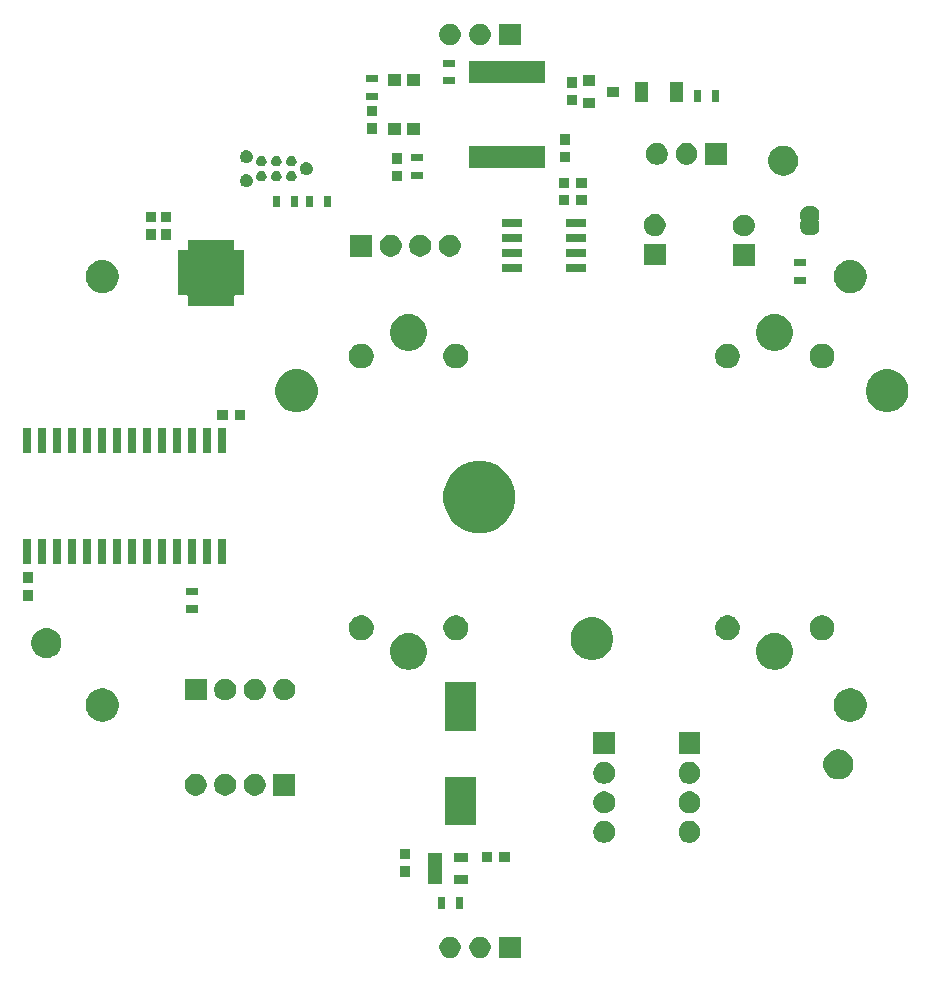
<source format=gbr>
G04 #@! TF.GenerationSoftware,KiCad,Pcbnew,(5.1.5)-3*
G04 #@! TF.CreationDate,2020-06-11T20:41:51+02:00*
G04 #@! TF.ProjectId,StepperClockK02,53746570-7065-4724-936c-6f636b4b3032,v1.0*
G04 #@! TF.SameCoordinates,Original*
G04 #@! TF.FileFunction,Soldermask,Top*
G04 #@! TF.FilePolarity,Negative*
%FSLAX46Y46*%
G04 Gerber Fmt 4.6, Leading zero omitted, Abs format (unit mm)*
G04 Created by KiCad (PCBNEW (5.1.5)-3) date 2020-06-11 20:41:51*
%MOMM*%
%LPD*%
G04 APERTURE LIST*
%ADD10C,0.100000*%
G04 APERTURE END LIST*
D10*
G36*
X104278800Y-182451740D02*
G01*
X102476800Y-182451740D01*
X102476800Y-180649740D01*
X104278800Y-180649740D01*
X104278800Y-182451740D01*
G37*
G36*
X100951312Y-180654667D02*
G01*
X101100612Y-180684364D01*
X101264584Y-180752284D01*
X101412154Y-180850887D01*
X101537653Y-180976386D01*
X101636256Y-181123956D01*
X101704176Y-181287928D01*
X101738800Y-181461999D01*
X101738800Y-181639481D01*
X101704176Y-181813552D01*
X101636256Y-181977524D01*
X101537653Y-182125094D01*
X101412154Y-182250593D01*
X101264584Y-182349196D01*
X101100612Y-182417116D01*
X100951312Y-182446813D01*
X100926542Y-182451740D01*
X100749058Y-182451740D01*
X100724288Y-182446813D01*
X100574988Y-182417116D01*
X100411016Y-182349196D01*
X100263446Y-182250593D01*
X100137947Y-182125094D01*
X100039344Y-181977524D01*
X99971424Y-181813552D01*
X99936800Y-181639481D01*
X99936800Y-181461999D01*
X99971424Y-181287928D01*
X100039344Y-181123956D01*
X100137947Y-180976386D01*
X100263446Y-180850887D01*
X100411016Y-180752284D01*
X100574988Y-180684364D01*
X100724288Y-180654667D01*
X100749058Y-180649740D01*
X100926542Y-180649740D01*
X100951312Y-180654667D01*
G37*
G36*
X98411312Y-180654667D02*
G01*
X98560612Y-180684364D01*
X98724584Y-180752284D01*
X98872154Y-180850887D01*
X98997653Y-180976386D01*
X99096256Y-181123956D01*
X99164176Y-181287928D01*
X99198800Y-181461999D01*
X99198800Y-181639481D01*
X99164176Y-181813552D01*
X99096256Y-181977524D01*
X98997653Y-182125094D01*
X98872154Y-182250593D01*
X98724584Y-182349196D01*
X98560612Y-182417116D01*
X98411312Y-182446813D01*
X98386542Y-182451740D01*
X98209058Y-182451740D01*
X98184288Y-182446813D01*
X98034988Y-182417116D01*
X97871016Y-182349196D01*
X97723446Y-182250593D01*
X97597947Y-182125094D01*
X97499344Y-181977524D01*
X97431424Y-181813552D01*
X97396800Y-181639481D01*
X97396800Y-181461999D01*
X97431424Y-181287928D01*
X97499344Y-181123956D01*
X97597947Y-180976386D01*
X97723446Y-180850887D01*
X97871016Y-180752284D01*
X98034988Y-180684364D01*
X98184288Y-180654667D01*
X98209058Y-180649740D01*
X98386542Y-180649740D01*
X98411312Y-180654667D01*
G37*
G36*
X99406800Y-178281740D02*
G01*
X98804800Y-178281740D01*
X98804800Y-177279740D01*
X99406800Y-177279740D01*
X99406800Y-178281740D01*
G37*
G36*
X97906800Y-178281740D02*
G01*
X97304800Y-178281740D01*
X97304800Y-177279740D01*
X97906800Y-177279740D01*
X97906800Y-178281740D01*
G37*
G36*
X97586800Y-176216740D02*
G01*
X96424800Y-176216740D01*
X96424800Y-173564740D01*
X97586800Y-173564740D01*
X97586800Y-176216740D01*
G37*
G36*
X99786800Y-176216740D02*
G01*
X98624800Y-176216740D01*
X98624800Y-175464740D01*
X99786800Y-175464740D01*
X99786800Y-176216740D01*
G37*
G36*
X94891800Y-175601740D02*
G01*
X94039800Y-175601740D01*
X94039800Y-174699740D01*
X94891800Y-174699740D01*
X94891800Y-175601740D01*
G37*
G36*
X101876800Y-174336740D02*
G01*
X100974800Y-174336740D01*
X100974800Y-173484740D01*
X101876800Y-173484740D01*
X101876800Y-174336740D01*
G37*
G36*
X103376800Y-174336740D02*
G01*
X102474800Y-174336740D01*
X102474800Y-173484740D01*
X103376800Y-173484740D01*
X103376800Y-174336740D01*
G37*
G36*
X99786800Y-174316740D02*
G01*
X98624800Y-174316740D01*
X98624800Y-173564740D01*
X99786800Y-173564740D01*
X99786800Y-174316740D01*
G37*
G36*
X94891800Y-174101740D02*
G01*
X94039800Y-174101740D01*
X94039800Y-173199740D01*
X94891800Y-173199740D01*
X94891800Y-174101740D01*
G37*
G36*
X118845904Y-170880325D02*
G01*
X119014426Y-170950129D01*
X119166091Y-171051468D01*
X119295072Y-171180449D01*
X119396411Y-171332114D01*
X119466215Y-171500636D01*
X119501800Y-171679537D01*
X119501800Y-171861943D01*
X119466215Y-172040844D01*
X119396411Y-172209366D01*
X119295072Y-172361031D01*
X119166091Y-172490012D01*
X119014426Y-172591351D01*
X118845904Y-172661155D01*
X118667003Y-172696740D01*
X118484597Y-172696740D01*
X118305696Y-172661155D01*
X118137174Y-172591351D01*
X117985509Y-172490012D01*
X117856528Y-172361031D01*
X117755189Y-172209366D01*
X117685385Y-172040844D01*
X117649800Y-171861943D01*
X117649800Y-171679537D01*
X117685385Y-171500636D01*
X117755189Y-171332114D01*
X117856528Y-171180449D01*
X117985509Y-171051468D01*
X118137174Y-170950129D01*
X118305696Y-170880325D01*
X118484597Y-170844740D01*
X118667003Y-170844740D01*
X118845904Y-170880325D01*
G37*
G36*
X111615904Y-170880325D02*
G01*
X111784426Y-170950129D01*
X111936091Y-171051468D01*
X112065072Y-171180449D01*
X112166411Y-171332114D01*
X112236215Y-171500636D01*
X112271800Y-171679537D01*
X112271800Y-171861943D01*
X112236215Y-172040844D01*
X112166411Y-172209366D01*
X112065072Y-172361031D01*
X111936091Y-172490012D01*
X111784426Y-172591351D01*
X111615904Y-172661155D01*
X111437003Y-172696740D01*
X111254597Y-172696740D01*
X111075696Y-172661155D01*
X110907174Y-172591351D01*
X110755509Y-172490012D01*
X110626528Y-172361031D01*
X110525189Y-172209366D01*
X110455385Y-172040844D01*
X110419800Y-171861943D01*
X110419800Y-171679537D01*
X110455385Y-171500636D01*
X110525189Y-171332114D01*
X110626528Y-171180449D01*
X110755509Y-171051468D01*
X110907174Y-170950129D01*
X111075696Y-170880325D01*
X111254597Y-170844740D01*
X111437003Y-170844740D01*
X111615904Y-170880325D01*
G37*
G36*
X100496800Y-171211740D02*
G01*
X97894800Y-171211740D01*
X97894800Y-167109740D01*
X100496800Y-167109740D01*
X100496800Y-171211740D01*
G37*
G36*
X111615904Y-168380325D02*
G01*
X111784426Y-168450129D01*
X111936091Y-168551468D01*
X112065072Y-168680449D01*
X112166411Y-168832114D01*
X112236215Y-169000636D01*
X112271800Y-169179537D01*
X112271800Y-169361943D01*
X112236215Y-169540844D01*
X112166411Y-169709366D01*
X112065072Y-169861031D01*
X111936091Y-169990012D01*
X111784426Y-170091351D01*
X111615904Y-170161155D01*
X111437003Y-170196740D01*
X111254597Y-170196740D01*
X111075696Y-170161155D01*
X110907174Y-170091351D01*
X110755509Y-169990012D01*
X110626528Y-169861031D01*
X110525189Y-169709366D01*
X110455385Y-169540844D01*
X110419800Y-169361943D01*
X110419800Y-169179537D01*
X110455385Y-169000636D01*
X110525189Y-168832114D01*
X110626528Y-168680449D01*
X110755509Y-168551468D01*
X110907174Y-168450129D01*
X111075696Y-168380325D01*
X111254597Y-168344740D01*
X111437003Y-168344740D01*
X111615904Y-168380325D01*
G37*
G36*
X118845904Y-168380325D02*
G01*
X119014426Y-168450129D01*
X119166091Y-168551468D01*
X119295072Y-168680449D01*
X119396411Y-168832114D01*
X119466215Y-169000636D01*
X119501800Y-169179537D01*
X119501800Y-169361943D01*
X119466215Y-169540844D01*
X119396411Y-169709366D01*
X119295072Y-169861031D01*
X119166091Y-169990012D01*
X119014426Y-170091351D01*
X118845904Y-170161155D01*
X118667003Y-170196740D01*
X118484597Y-170196740D01*
X118305696Y-170161155D01*
X118137174Y-170091351D01*
X117985509Y-169990012D01*
X117856528Y-169861031D01*
X117755189Y-169709366D01*
X117685385Y-169540844D01*
X117649800Y-169361943D01*
X117649800Y-169179537D01*
X117685385Y-169000636D01*
X117755189Y-168832114D01*
X117856528Y-168680449D01*
X117985509Y-168551468D01*
X118137174Y-168450129D01*
X118305696Y-168380325D01*
X118484597Y-168344740D01*
X118667003Y-168344740D01*
X118845904Y-168380325D01*
G37*
G36*
X79535904Y-166880325D02*
G01*
X79704426Y-166950129D01*
X79856091Y-167051468D01*
X79985072Y-167180449D01*
X80086411Y-167332114D01*
X80156215Y-167500636D01*
X80191800Y-167679537D01*
X80191800Y-167861943D01*
X80156215Y-168040844D01*
X80086411Y-168209366D01*
X79985072Y-168361031D01*
X79856091Y-168490012D01*
X79704426Y-168591351D01*
X79535904Y-168661155D01*
X79357003Y-168696740D01*
X79174597Y-168696740D01*
X78995696Y-168661155D01*
X78827174Y-168591351D01*
X78675509Y-168490012D01*
X78546528Y-168361031D01*
X78445189Y-168209366D01*
X78375385Y-168040844D01*
X78339800Y-167861943D01*
X78339800Y-167679537D01*
X78375385Y-167500636D01*
X78445189Y-167332114D01*
X78546528Y-167180449D01*
X78675509Y-167051468D01*
X78827174Y-166950129D01*
X78995696Y-166880325D01*
X79174597Y-166844740D01*
X79357003Y-166844740D01*
X79535904Y-166880325D01*
G37*
G36*
X77035904Y-166880325D02*
G01*
X77204426Y-166950129D01*
X77356091Y-167051468D01*
X77485072Y-167180449D01*
X77586411Y-167332114D01*
X77656215Y-167500636D01*
X77691800Y-167679537D01*
X77691800Y-167861943D01*
X77656215Y-168040844D01*
X77586411Y-168209366D01*
X77485072Y-168361031D01*
X77356091Y-168490012D01*
X77204426Y-168591351D01*
X77035904Y-168661155D01*
X76857003Y-168696740D01*
X76674597Y-168696740D01*
X76495696Y-168661155D01*
X76327174Y-168591351D01*
X76175509Y-168490012D01*
X76046528Y-168361031D01*
X75945189Y-168209366D01*
X75875385Y-168040844D01*
X75839800Y-167861943D01*
X75839800Y-167679537D01*
X75875385Y-167500636D01*
X75945189Y-167332114D01*
X76046528Y-167180449D01*
X76175509Y-167051468D01*
X76327174Y-166950129D01*
X76495696Y-166880325D01*
X76674597Y-166844740D01*
X76857003Y-166844740D01*
X77035904Y-166880325D01*
G37*
G36*
X82035904Y-166880325D02*
G01*
X82204426Y-166950129D01*
X82356091Y-167051468D01*
X82485072Y-167180449D01*
X82586411Y-167332114D01*
X82656215Y-167500636D01*
X82691800Y-167679537D01*
X82691800Y-167861943D01*
X82656215Y-168040844D01*
X82586411Y-168209366D01*
X82485072Y-168361031D01*
X82356091Y-168490012D01*
X82204426Y-168591351D01*
X82035904Y-168661155D01*
X81857003Y-168696740D01*
X81674597Y-168696740D01*
X81495696Y-168661155D01*
X81327174Y-168591351D01*
X81175509Y-168490012D01*
X81046528Y-168361031D01*
X80945189Y-168209366D01*
X80875385Y-168040844D01*
X80839800Y-167861943D01*
X80839800Y-167679537D01*
X80875385Y-167500636D01*
X80945189Y-167332114D01*
X81046528Y-167180449D01*
X81175509Y-167051468D01*
X81327174Y-166950129D01*
X81495696Y-166880325D01*
X81674597Y-166844740D01*
X81857003Y-166844740D01*
X82035904Y-166880325D01*
G37*
G36*
X85191800Y-168696740D02*
G01*
X83339800Y-168696740D01*
X83339800Y-166844740D01*
X85191800Y-166844740D01*
X85191800Y-168696740D01*
G37*
G36*
X118845904Y-165880325D02*
G01*
X119014426Y-165950129D01*
X119166091Y-166051468D01*
X119295072Y-166180449D01*
X119396411Y-166332114D01*
X119466215Y-166500636D01*
X119501800Y-166679537D01*
X119501800Y-166861943D01*
X119466215Y-167040844D01*
X119396411Y-167209366D01*
X119295072Y-167361031D01*
X119166091Y-167490012D01*
X119014426Y-167591351D01*
X118845904Y-167661155D01*
X118667003Y-167696740D01*
X118484597Y-167696740D01*
X118305696Y-167661155D01*
X118137174Y-167591351D01*
X117985509Y-167490012D01*
X117856528Y-167361031D01*
X117755189Y-167209366D01*
X117685385Y-167040844D01*
X117649800Y-166861943D01*
X117649800Y-166679537D01*
X117685385Y-166500636D01*
X117755189Y-166332114D01*
X117856528Y-166180449D01*
X117985509Y-166051468D01*
X118137174Y-165950129D01*
X118305696Y-165880325D01*
X118484597Y-165844740D01*
X118667003Y-165844740D01*
X118845904Y-165880325D01*
G37*
G36*
X111615904Y-165880325D02*
G01*
X111784426Y-165950129D01*
X111936091Y-166051468D01*
X112065072Y-166180449D01*
X112166411Y-166332114D01*
X112236215Y-166500636D01*
X112271800Y-166679537D01*
X112271800Y-166861943D01*
X112236215Y-167040844D01*
X112166411Y-167209366D01*
X112065072Y-167361031D01*
X111936091Y-167490012D01*
X111784426Y-167591351D01*
X111615904Y-167661155D01*
X111437003Y-167696740D01*
X111254597Y-167696740D01*
X111075696Y-167661155D01*
X110907174Y-167591351D01*
X110755509Y-167490012D01*
X110626528Y-167361031D01*
X110525189Y-167209366D01*
X110455385Y-167040844D01*
X110419800Y-166861943D01*
X110419800Y-166679537D01*
X110455385Y-166500636D01*
X110525189Y-166332114D01*
X110626528Y-166180449D01*
X110755509Y-166051468D01*
X110907174Y-165950129D01*
X111075696Y-165880325D01*
X111254597Y-165844740D01*
X111437003Y-165844740D01*
X111615904Y-165880325D01*
G37*
G36*
X131433564Y-164805142D02*
G01*
X131556245Y-164829545D01*
X131787371Y-164925281D01*
X131892079Y-164995245D01*
X131995377Y-165064266D01*
X132172274Y-165241163D01*
X132311260Y-165449171D01*
X132406995Y-165680296D01*
X132455800Y-165925655D01*
X132455800Y-166175825D01*
X132406995Y-166421184D01*
X132311260Y-166652309D01*
X132172274Y-166860317D01*
X131995377Y-167037214D01*
X131892079Y-167106235D01*
X131787371Y-167176199D01*
X131787370Y-167176200D01*
X131787369Y-167176200D01*
X131719675Y-167204240D01*
X131556245Y-167271935D01*
X131433565Y-167296337D01*
X131310885Y-167320740D01*
X131060715Y-167320740D01*
X130938035Y-167296337D01*
X130815355Y-167271935D01*
X130651925Y-167204240D01*
X130584231Y-167176200D01*
X130584230Y-167176200D01*
X130584229Y-167176199D01*
X130479521Y-167106235D01*
X130376223Y-167037214D01*
X130199326Y-166860317D01*
X130060340Y-166652309D01*
X129964605Y-166421184D01*
X129915800Y-166175825D01*
X129915800Y-165925655D01*
X129964605Y-165680296D01*
X130060340Y-165449171D01*
X130199326Y-165241163D01*
X130376223Y-165064266D01*
X130479521Y-164995245D01*
X130584229Y-164925281D01*
X130815355Y-164829545D01*
X130938036Y-164805142D01*
X131060715Y-164780740D01*
X131310885Y-164780740D01*
X131433564Y-164805142D01*
G37*
G36*
X112271800Y-165196740D02*
G01*
X110419800Y-165196740D01*
X110419800Y-163344740D01*
X112271800Y-163344740D01*
X112271800Y-165196740D01*
G37*
G36*
X119501800Y-165196740D02*
G01*
X117649800Y-165196740D01*
X117649800Y-163344740D01*
X119501800Y-163344740D01*
X119501800Y-165196740D01*
G37*
G36*
X100496800Y-163211740D02*
G01*
X97894800Y-163211740D01*
X97894800Y-159109740D01*
X100496800Y-159109740D01*
X100496800Y-163211740D01*
G37*
G36*
X132504233Y-159665633D02*
G01*
X132594457Y-159683579D01*
X132700067Y-159727325D01*
X132849421Y-159789189D01*
X132925563Y-159840065D01*
X133078886Y-159942512D01*
X133274028Y-160137654D01*
X133288535Y-160159366D01*
X133427351Y-160367119D01*
X133457544Y-160440011D01*
X133532961Y-160622083D01*
X133550907Y-160712307D01*
X133586800Y-160892752D01*
X133586800Y-161168728D01*
X133532961Y-161439396D01*
X133427351Y-161694361D01*
X133427350Y-161694362D01*
X133274028Y-161923826D01*
X133078886Y-162118968D01*
X132925563Y-162221415D01*
X132849421Y-162272291D01*
X132700067Y-162334155D01*
X132594457Y-162377901D01*
X132504233Y-162395847D01*
X132323788Y-162431740D01*
X132047812Y-162431740D01*
X131867367Y-162395847D01*
X131777143Y-162377901D01*
X131671533Y-162334155D01*
X131522179Y-162272291D01*
X131446037Y-162221415D01*
X131292714Y-162118968D01*
X131097572Y-161923826D01*
X130944250Y-161694362D01*
X130944249Y-161694361D01*
X130838639Y-161439396D01*
X130784800Y-161168728D01*
X130784800Y-160892752D01*
X130820693Y-160712307D01*
X130838639Y-160622083D01*
X130914056Y-160440011D01*
X130944249Y-160367119D01*
X131083065Y-160159366D01*
X131097572Y-160137654D01*
X131292714Y-159942512D01*
X131446037Y-159840065D01*
X131522179Y-159789189D01*
X131671533Y-159727325D01*
X131777143Y-159683579D01*
X131867367Y-159665633D01*
X132047812Y-159629740D01*
X132323788Y-159629740D01*
X132504233Y-159665633D01*
G37*
G36*
X69184233Y-159665633D02*
G01*
X69274457Y-159683579D01*
X69380067Y-159727325D01*
X69529421Y-159789189D01*
X69605563Y-159840065D01*
X69758886Y-159942512D01*
X69954028Y-160137654D01*
X69968535Y-160159366D01*
X70107351Y-160367119D01*
X70137544Y-160440011D01*
X70212961Y-160622083D01*
X70230907Y-160712307D01*
X70266800Y-160892752D01*
X70266800Y-161168728D01*
X70212961Y-161439396D01*
X70107351Y-161694361D01*
X70107350Y-161694362D01*
X69954028Y-161923826D01*
X69758886Y-162118968D01*
X69605563Y-162221415D01*
X69529421Y-162272291D01*
X69380067Y-162334155D01*
X69274457Y-162377901D01*
X69184233Y-162395847D01*
X69003788Y-162431740D01*
X68727812Y-162431740D01*
X68547367Y-162395847D01*
X68457143Y-162377901D01*
X68351533Y-162334155D01*
X68202179Y-162272291D01*
X68126037Y-162221415D01*
X67972714Y-162118968D01*
X67777572Y-161923826D01*
X67624250Y-161694362D01*
X67624249Y-161694361D01*
X67518639Y-161439396D01*
X67464800Y-161168728D01*
X67464800Y-160892752D01*
X67500693Y-160712307D01*
X67518639Y-160622083D01*
X67594056Y-160440011D01*
X67624249Y-160367119D01*
X67763065Y-160159366D01*
X67777572Y-160137654D01*
X67972714Y-159942512D01*
X68126037Y-159840065D01*
X68202179Y-159789189D01*
X68351533Y-159727325D01*
X68457143Y-159683579D01*
X68547367Y-159665633D01*
X68727812Y-159629740D01*
X69003788Y-159629740D01*
X69184233Y-159665633D01*
G37*
G36*
X79535904Y-158830325D02*
G01*
X79704426Y-158900129D01*
X79856091Y-159001468D01*
X79985072Y-159130449D01*
X80086411Y-159282114D01*
X80156215Y-159450636D01*
X80191800Y-159629537D01*
X80191800Y-159811943D01*
X80156215Y-159990844D01*
X80086411Y-160159366D01*
X79985072Y-160311031D01*
X79856091Y-160440012D01*
X79704426Y-160541351D01*
X79535904Y-160611155D01*
X79357003Y-160646740D01*
X79174597Y-160646740D01*
X78995696Y-160611155D01*
X78827174Y-160541351D01*
X78675509Y-160440012D01*
X78546528Y-160311031D01*
X78445189Y-160159366D01*
X78375385Y-159990844D01*
X78339800Y-159811943D01*
X78339800Y-159629537D01*
X78375385Y-159450636D01*
X78445189Y-159282114D01*
X78546528Y-159130449D01*
X78675509Y-159001468D01*
X78827174Y-158900129D01*
X78995696Y-158830325D01*
X79174597Y-158794740D01*
X79357003Y-158794740D01*
X79535904Y-158830325D01*
G37*
G36*
X77691800Y-160646740D02*
G01*
X75839800Y-160646740D01*
X75839800Y-158794740D01*
X77691800Y-158794740D01*
X77691800Y-160646740D01*
G37*
G36*
X82035904Y-158830325D02*
G01*
X82204426Y-158900129D01*
X82356091Y-159001468D01*
X82485072Y-159130449D01*
X82586411Y-159282114D01*
X82656215Y-159450636D01*
X82691800Y-159629537D01*
X82691800Y-159811943D01*
X82656215Y-159990844D01*
X82586411Y-160159366D01*
X82485072Y-160311031D01*
X82356091Y-160440012D01*
X82204426Y-160541351D01*
X82035904Y-160611155D01*
X81857003Y-160646740D01*
X81674597Y-160646740D01*
X81495696Y-160611155D01*
X81327174Y-160541351D01*
X81175509Y-160440012D01*
X81046528Y-160311031D01*
X80945189Y-160159366D01*
X80875385Y-159990844D01*
X80839800Y-159811943D01*
X80839800Y-159629537D01*
X80875385Y-159450636D01*
X80945189Y-159282114D01*
X81046528Y-159130449D01*
X81175509Y-159001468D01*
X81327174Y-158900129D01*
X81495696Y-158830325D01*
X81674597Y-158794740D01*
X81857003Y-158794740D01*
X82035904Y-158830325D01*
G37*
G36*
X84535904Y-158830325D02*
G01*
X84704426Y-158900129D01*
X84856091Y-159001468D01*
X84985072Y-159130449D01*
X85086411Y-159282114D01*
X85156215Y-159450636D01*
X85191800Y-159629537D01*
X85191800Y-159811943D01*
X85156215Y-159990844D01*
X85086411Y-160159366D01*
X84985072Y-160311031D01*
X84856091Y-160440012D01*
X84704426Y-160541351D01*
X84535904Y-160611155D01*
X84357003Y-160646740D01*
X84174597Y-160646740D01*
X83995696Y-160611155D01*
X83827174Y-160541351D01*
X83675509Y-160440012D01*
X83546528Y-160311031D01*
X83445189Y-160159366D01*
X83375385Y-159990844D01*
X83339800Y-159811943D01*
X83339800Y-159629537D01*
X83375385Y-159450636D01*
X83445189Y-159282114D01*
X83546528Y-159130449D01*
X83675509Y-159001468D01*
X83827174Y-158900129D01*
X83995696Y-158830325D01*
X84174597Y-158794740D01*
X84357003Y-158794740D01*
X84535904Y-158830325D01*
G37*
G36*
X126098385Y-154959542D02*
G01*
X126248210Y-154989344D01*
X126530474Y-155106261D01*
X126784505Y-155275999D01*
X127000541Y-155492035D01*
X127170279Y-155746066D01*
X127287196Y-156028330D01*
X127346800Y-156327980D01*
X127346800Y-156633500D01*
X127287196Y-156933150D01*
X127170279Y-157215414D01*
X127000541Y-157469445D01*
X126784505Y-157685481D01*
X126530474Y-157855219D01*
X126248210Y-157972136D01*
X126098385Y-158001938D01*
X125948561Y-158031740D01*
X125643039Y-158031740D01*
X125493215Y-158001938D01*
X125343390Y-157972136D01*
X125061126Y-157855219D01*
X124807095Y-157685481D01*
X124591059Y-157469445D01*
X124421321Y-157215414D01*
X124304404Y-156933150D01*
X124244800Y-156633500D01*
X124244800Y-156327980D01*
X124304404Y-156028330D01*
X124421321Y-155746066D01*
X124591059Y-155492035D01*
X124807095Y-155275999D01*
X125061126Y-155106261D01*
X125343390Y-154989344D01*
X125493215Y-154959542D01*
X125643039Y-154929740D01*
X125948561Y-154929740D01*
X126098385Y-154959542D01*
G37*
G36*
X95098385Y-154959542D02*
G01*
X95248210Y-154989344D01*
X95530474Y-155106261D01*
X95784505Y-155275999D01*
X96000541Y-155492035D01*
X96170279Y-155746066D01*
X96287196Y-156028330D01*
X96346800Y-156327980D01*
X96346800Y-156633500D01*
X96287196Y-156933150D01*
X96170279Y-157215414D01*
X96000541Y-157469445D01*
X95784505Y-157685481D01*
X95530474Y-157855219D01*
X95248210Y-157972136D01*
X95098385Y-158001938D01*
X94948561Y-158031740D01*
X94643039Y-158031740D01*
X94493215Y-158001938D01*
X94343390Y-157972136D01*
X94061126Y-157855219D01*
X93807095Y-157685481D01*
X93591059Y-157469445D01*
X93421321Y-157215414D01*
X93304404Y-156933150D01*
X93244800Y-156633500D01*
X93244800Y-156327980D01*
X93304404Y-156028330D01*
X93421321Y-155746066D01*
X93591059Y-155492035D01*
X93807095Y-155275999D01*
X94061126Y-155106261D01*
X94343390Y-154989344D01*
X94493215Y-154959542D01*
X94643039Y-154929740D01*
X94948561Y-154929740D01*
X95098385Y-154959542D01*
G37*
G36*
X110831131Y-153688951D02*
G01*
X111158892Y-153824714D01*
X111453870Y-154021812D01*
X111704728Y-154272670D01*
X111901826Y-154567648D01*
X112037589Y-154895409D01*
X112106800Y-155243356D01*
X112106800Y-155598124D01*
X112037589Y-155946071D01*
X111901826Y-156273832D01*
X111704728Y-156568810D01*
X111453870Y-156819668D01*
X111158892Y-157016766D01*
X110831131Y-157152529D01*
X110483184Y-157221740D01*
X110128416Y-157221740D01*
X109780469Y-157152529D01*
X109452708Y-157016766D01*
X109157730Y-156819668D01*
X108906872Y-156568810D01*
X108709774Y-156273832D01*
X108574011Y-155946071D01*
X108504800Y-155598124D01*
X108504800Y-155243356D01*
X108574011Y-154895409D01*
X108709774Y-154567648D01*
X108906872Y-154272670D01*
X109157730Y-154021812D01*
X109452708Y-153824714D01*
X109780469Y-153688951D01*
X110128416Y-153619740D01*
X110483184Y-153619740D01*
X110831131Y-153688951D01*
G37*
G36*
X64363564Y-154535142D02*
G01*
X64486245Y-154559545D01*
X64717371Y-154655281D01*
X64822079Y-154725245D01*
X64925377Y-154794266D01*
X65102274Y-154971163D01*
X65241260Y-155179171D01*
X65336995Y-155410296D01*
X65385800Y-155655655D01*
X65385800Y-155905825D01*
X65377794Y-155946072D01*
X65336995Y-156151185D01*
X65241259Y-156382311D01*
X65102273Y-156590318D01*
X64925378Y-156767213D01*
X64717371Y-156906199D01*
X64486245Y-157001935D01*
X64411689Y-157016765D01*
X64240885Y-157050740D01*
X63990715Y-157050740D01*
X63819911Y-157016765D01*
X63745355Y-157001935D01*
X63514229Y-156906199D01*
X63306222Y-156767213D01*
X63129327Y-156590318D01*
X62990341Y-156382311D01*
X62894605Y-156151185D01*
X62853806Y-155946072D01*
X62845800Y-155905825D01*
X62845800Y-155655655D01*
X62894605Y-155410296D01*
X62990340Y-155179171D01*
X63129326Y-154971163D01*
X63306223Y-154794266D01*
X63409521Y-154725245D01*
X63514229Y-154655281D01*
X63745355Y-154559545D01*
X63868036Y-154535142D01*
X63990715Y-154510740D01*
X64240885Y-154510740D01*
X64363564Y-154535142D01*
G37*
G36*
X91102364Y-153470129D02*
G01*
X91293633Y-153549355D01*
X91293635Y-153549356D01*
X91398972Y-153619740D01*
X91465773Y-153664375D01*
X91612165Y-153810767D01*
X91727185Y-153982907D01*
X91806411Y-154174176D01*
X91846800Y-154377224D01*
X91846800Y-154584256D01*
X91806411Y-154787304D01*
X91747412Y-154929740D01*
X91727184Y-154978575D01*
X91612165Y-155150713D01*
X91465773Y-155297105D01*
X91293635Y-155412124D01*
X91293634Y-155412125D01*
X91293633Y-155412125D01*
X91102364Y-155491351D01*
X90899316Y-155531740D01*
X90692284Y-155531740D01*
X90489236Y-155491351D01*
X90297967Y-155412125D01*
X90297966Y-155412125D01*
X90297965Y-155412124D01*
X90125827Y-155297105D01*
X89979435Y-155150713D01*
X89864416Y-154978575D01*
X89844188Y-154929740D01*
X89785189Y-154787304D01*
X89744800Y-154584256D01*
X89744800Y-154377224D01*
X89785189Y-154174176D01*
X89864415Y-153982907D01*
X89979435Y-153810767D01*
X90125827Y-153664375D01*
X90192628Y-153619740D01*
X90297965Y-153549356D01*
X90297967Y-153549355D01*
X90489236Y-153470129D01*
X90692284Y-153429740D01*
X90899316Y-153429740D01*
X91102364Y-153470129D01*
G37*
G36*
X99102364Y-153470129D02*
G01*
X99293633Y-153549355D01*
X99293635Y-153549356D01*
X99398972Y-153619740D01*
X99465773Y-153664375D01*
X99612165Y-153810767D01*
X99727185Y-153982907D01*
X99806411Y-154174176D01*
X99846800Y-154377224D01*
X99846800Y-154584256D01*
X99806411Y-154787304D01*
X99747412Y-154929740D01*
X99727184Y-154978575D01*
X99612165Y-155150713D01*
X99465773Y-155297105D01*
X99293635Y-155412124D01*
X99293634Y-155412125D01*
X99293633Y-155412125D01*
X99102364Y-155491351D01*
X98899316Y-155531740D01*
X98692284Y-155531740D01*
X98489236Y-155491351D01*
X98297967Y-155412125D01*
X98297966Y-155412125D01*
X98297965Y-155412124D01*
X98125827Y-155297105D01*
X97979435Y-155150713D01*
X97864416Y-154978575D01*
X97844188Y-154929740D01*
X97785189Y-154787304D01*
X97744800Y-154584256D01*
X97744800Y-154377224D01*
X97785189Y-154174176D01*
X97864415Y-153982907D01*
X97979435Y-153810767D01*
X98125827Y-153664375D01*
X98192628Y-153619740D01*
X98297965Y-153549356D01*
X98297967Y-153549355D01*
X98489236Y-153470129D01*
X98692284Y-153429740D01*
X98899316Y-153429740D01*
X99102364Y-153470129D01*
G37*
G36*
X122102364Y-153470129D02*
G01*
X122293633Y-153549355D01*
X122293635Y-153549356D01*
X122398972Y-153619740D01*
X122465773Y-153664375D01*
X122612165Y-153810767D01*
X122727185Y-153982907D01*
X122806411Y-154174176D01*
X122846800Y-154377224D01*
X122846800Y-154584256D01*
X122806411Y-154787304D01*
X122747412Y-154929740D01*
X122727184Y-154978575D01*
X122612165Y-155150713D01*
X122465773Y-155297105D01*
X122293635Y-155412124D01*
X122293634Y-155412125D01*
X122293633Y-155412125D01*
X122102364Y-155491351D01*
X121899316Y-155531740D01*
X121692284Y-155531740D01*
X121489236Y-155491351D01*
X121297967Y-155412125D01*
X121297966Y-155412125D01*
X121297965Y-155412124D01*
X121125827Y-155297105D01*
X120979435Y-155150713D01*
X120864416Y-154978575D01*
X120844188Y-154929740D01*
X120785189Y-154787304D01*
X120744800Y-154584256D01*
X120744800Y-154377224D01*
X120785189Y-154174176D01*
X120864415Y-153982907D01*
X120979435Y-153810767D01*
X121125827Y-153664375D01*
X121192628Y-153619740D01*
X121297965Y-153549356D01*
X121297967Y-153549355D01*
X121489236Y-153470129D01*
X121692284Y-153429740D01*
X121899316Y-153429740D01*
X122102364Y-153470129D01*
G37*
G36*
X130102364Y-153470129D02*
G01*
X130293633Y-153549355D01*
X130293635Y-153549356D01*
X130398972Y-153619740D01*
X130465773Y-153664375D01*
X130612165Y-153810767D01*
X130727185Y-153982907D01*
X130806411Y-154174176D01*
X130846800Y-154377224D01*
X130846800Y-154584256D01*
X130806411Y-154787304D01*
X130747412Y-154929740D01*
X130727184Y-154978575D01*
X130612165Y-155150713D01*
X130465773Y-155297105D01*
X130293635Y-155412124D01*
X130293634Y-155412125D01*
X130293633Y-155412125D01*
X130102364Y-155491351D01*
X129899316Y-155531740D01*
X129692284Y-155531740D01*
X129489236Y-155491351D01*
X129297967Y-155412125D01*
X129297966Y-155412125D01*
X129297965Y-155412124D01*
X129125827Y-155297105D01*
X128979435Y-155150713D01*
X128864416Y-154978575D01*
X128844188Y-154929740D01*
X128785189Y-154787304D01*
X128744800Y-154584256D01*
X128744800Y-154377224D01*
X128785189Y-154174176D01*
X128864415Y-153982907D01*
X128979435Y-153810767D01*
X129125827Y-153664375D01*
X129192628Y-153619740D01*
X129297965Y-153549356D01*
X129297967Y-153549355D01*
X129489236Y-153470129D01*
X129692284Y-153429740D01*
X129899316Y-153429740D01*
X130102364Y-153470129D01*
G37*
G36*
X76946800Y-153201740D02*
G01*
X75944800Y-153201740D01*
X75944800Y-152599740D01*
X76946800Y-152599740D01*
X76946800Y-153201740D01*
G37*
G36*
X62981800Y-152201740D02*
G01*
X62129800Y-152201740D01*
X62129800Y-151299740D01*
X62981800Y-151299740D01*
X62981800Y-152201740D01*
G37*
G36*
X76946800Y-151701740D02*
G01*
X75944800Y-151701740D01*
X75944800Y-151099740D01*
X76946800Y-151099740D01*
X76946800Y-151701740D01*
G37*
G36*
X62981800Y-150701740D02*
G01*
X62129800Y-150701740D01*
X62129800Y-149799740D01*
X62981800Y-149799740D01*
X62981800Y-150701740D01*
G37*
G36*
X65381800Y-149111740D02*
G01*
X64679800Y-149111740D01*
X64679800Y-147009740D01*
X65381800Y-147009740D01*
X65381800Y-149111740D01*
G37*
G36*
X78081800Y-149111740D02*
G01*
X77379800Y-149111740D01*
X77379800Y-147009740D01*
X78081800Y-147009740D01*
X78081800Y-149111740D01*
G37*
G36*
X79351800Y-149111740D02*
G01*
X78649800Y-149111740D01*
X78649800Y-147009740D01*
X79351800Y-147009740D01*
X79351800Y-149111740D01*
G37*
G36*
X62841800Y-149111740D02*
G01*
X62139800Y-149111740D01*
X62139800Y-147009740D01*
X62841800Y-147009740D01*
X62841800Y-149111740D01*
G37*
G36*
X64111800Y-149111740D02*
G01*
X63409800Y-149111740D01*
X63409800Y-147009740D01*
X64111800Y-147009740D01*
X64111800Y-149111740D01*
G37*
G36*
X67921800Y-149111740D02*
G01*
X67219800Y-149111740D01*
X67219800Y-147009740D01*
X67921800Y-147009740D01*
X67921800Y-149111740D01*
G37*
G36*
X69191800Y-149111740D02*
G01*
X68489800Y-149111740D01*
X68489800Y-147009740D01*
X69191800Y-147009740D01*
X69191800Y-149111740D01*
G37*
G36*
X70461800Y-149111740D02*
G01*
X69759800Y-149111740D01*
X69759800Y-147009740D01*
X70461800Y-147009740D01*
X70461800Y-149111740D01*
G37*
G36*
X71731800Y-149111740D02*
G01*
X71029800Y-149111740D01*
X71029800Y-147009740D01*
X71731800Y-147009740D01*
X71731800Y-149111740D01*
G37*
G36*
X73001800Y-149111740D02*
G01*
X72299800Y-149111740D01*
X72299800Y-147009740D01*
X73001800Y-147009740D01*
X73001800Y-149111740D01*
G37*
G36*
X74271800Y-149111740D02*
G01*
X73569800Y-149111740D01*
X73569800Y-147009740D01*
X74271800Y-147009740D01*
X74271800Y-149111740D01*
G37*
G36*
X75541800Y-149111740D02*
G01*
X74839800Y-149111740D01*
X74839800Y-147009740D01*
X75541800Y-147009740D01*
X75541800Y-149111740D01*
G37*
G36*
X66651800Y-149111740D02*
G01*
X65949800Y-149111740D01*
X65949800Y-147009740D01*
X66651800Y-147009740D01*
X66651800Y-149111740D01*
G37*
G36*
X76811800Y-149111740D02*
G01*
X76109800Y-149111740D01*
X76109800Y-147009740D01*
X76811800Y-147009740D01*
X76811800Y-149111740D01*
G37*
G36*
X101685743Y-140486988D02*
G01*
X102240989Y-140716978D01*
X102240990Y-140716979D01*
X102740699Y-141050874D01*
X103165666Y-141475841D01*
X103165667Y-141475843D01*
X103499562Y-141975551D01*
X103729552Y-142530797D01*
X103846800Y-143120241D01*
X103846800Y-143721239D01*
X103729552Y-144310683D01*
X103499562Y-144865929D01*
X103499561Y-144865930D01*
X103165666Y-145365639D01*
X102740699Y-145790606D01*
X102489147Y-145958688D01*
X102240989Y-146124502D01*
X101685743Y-146354492D01*
X101096299Y-146471740D01*
X100495301Y-146471740D01*
X99905857Y-146354492D01*
X99350611Y-146124502D01*
X99102453Y-145958688D01*
X98850901Y-145790606D01*
X98425934Y-145365639D01*
X98092039Y-144865930D01*
X98092038Y-144865929D01*
X97862048Y-144310683D01*
X97744800Y-143721239D01*
X97744800Y-143120241D01*
X97862048Y-142530797D01*
X98092038Y-141975551D01*
X98425933Y-141475843D01*
X98425934Y-141475841D01*
X98850901Y-141050874D01*
X99350610Y-140716979D01*
X99350611Y-140716978D01*
X99905857Y-140486988D01*
X100495301Y-140369740D01*
X101096299Y-140369740D01*
X101685743Y-140486988D01*
G37*
G36*
X79351800Y-139711740D02*
G01*
X78649800Y-139711740D01*
X78649800Y-137609740D01*
X79351800Y-137609740D01*
X79351800Y-139711740D01*
G37*
G36*
X62841800Y-139711740D02*
G01*
X62139800Y-139711740D01*
X62139800Y-137609740D01*
X62841800Y-137609740D01*
X62841800Y-139711740D01*
G37*
G36*
X64111800Y-139711740D02*
G01*
X63409800Y-139711740D01*
X63409800Y-137609740D01*
X64111800Y-137609740D01*
X64111800Y-139711740D01*
G37*
G36*
X66651800Y-139711740D02*
G01*
X65949800Y-139711740D01*
X65949800Y-137609740D01*
X66651800Y-137609740D01*
X66651800Y-139711740D01*
G37*
G36*
X67921800Y-139711740D02*
G01*
X67219800Y-139711740D01*
X67219800Y-137609740D01*
X67921800Y-137609740D01*
X67921800Y-139711740D01*
G37*
G36*
X69191800Y-139711740D02*
G01*
X68489800Y-139711740D01*
X68489800Y-137609740D01*
X69191800Y-137609740D01*
X69191800Y-139711740D01*
G37*
G36*
X70461800Y-139711740D02*
G01*
X69759800Y-139711740D01*
X69759800Y-137609740D01*
X70461800Y-137609740D01*
X70461800Y-139711740D01*
G37*
G36*
X71731800Y-139711740D02*
G01*
X71029800Y-139711740D01*
X71029800Y-137609740D01*
X71731800Y-137609740D01*
X71731800Y-139711740D01*
G37*
G36*
X73001800Y-139711740D02*
G01*
X72299800Y-139711740D01*
X72299800Y-137609740D01*
X73001800Y-137609740D01*
X73001800Y-139711740D01*
G37*
G36*
X74271800Y-139711740D02*
G01*
X73569800Y-139711740D01*
X73569800Y-137609740D01*
X74271800Y-137609740D01*
X74271800Y-139711740D01*
G37*
G36*
X75541800Y-139711740D02*
G01*
X74839800Y-139711740D01*
X74839800Y-137609740D01*
X75541800Y-137609740D01*
X75541800Y-139711740D01*
G37*
G36*
X76811800Y-139711740D02*
G01*
X76109800Y-139711740D01*
X76109800Y-137609740D01*
X76811800Y-137609740D01*
X76811800Y-139711740D01*
G37*
G36*
X78081800Y-139711740D02*
G01*
X77379800Y-139711740D01*
X77379800Y-137609740D01*
X78081800Y-137609740D01*
X78081800Y-139711740D01*
G37*
G36*
X65381800Y-139711740D02*
G01*
X64679800Y-139711740D01*
X64679800Y-137609740D01*
X65381800Y-137609740D01*
X65381800Y-139711740D01*
G37*
G36*
X79486800Y-136896740D02*
G01*
X78584800Y-136896740D01*
X78584800Y-136044740D01*
X79486800Y-136044740D01*
X79486800Y-136896740D01*
G37*
G36*
X80986800Y-136896740D02*
G01*
X80084800Y-136896740D01*
X80084800Y-136044740D01*
X80986800Y-136044740D01*
X80986800Y-136896740D01*
G37*
G36*
X135831131Y-132688951D02*
G01*
X136158892Y-132824714D01*
X136453870Y-133021812D01*
X136704728Y-133272670D01*
X136901826Y-133567648D01*
X137037589Y-133895409D01*
X137106800Y-134243356D01*
X137106800Y-134598124D01*
X137037589Y-134946071D01*
X136901826Y-135273832D01*
X136704728Y-135568810D01*
X136453870Y-135819668D01*
X136158892Y-136016766D01*
X135831131Y-136152529D01*
X135483184Y-136221740D01*
X135128416Y-136221740D01*
X134780469Y-136152529D01*
X134452708Y-136016766D01*
X134157730Y-135819668D01*
X133906872Y-135568810D01*
X133709774Y-135273832D01*
X133574011Y-134946071D01*
X133504800Y-134598124D01*
X133504800Y-134243356D01*
X133574011Y-133895409D01*
X133709774Y-133567648D01*
X133906872Y-133272670D01*
X134157730Y-133021812D01*
X134452708Y-132824714D01*
X134780469Y-132688951D01*
X135128416Y-132619740D01*
X135483184Y-132619740D01*
X135831131Y-132688951D01*
G37*
G36*
X85831131Y-132688951D02*
G01*
X86158892Y-132824714D01*
X86453870Y-133021812D01*
X86704728Y-133272670D01*
X86901826Y-133567648D01*
X87037589Y-133895409D01*
X87106800Y-134243356D01*
X87106800Y-134598124D01*
X87037589Y-134946071D01*
X86901826Y-135273832D01*
X86704728Y-135568810D01*
X86453870Y-135819668D01*
X86158892Y-136016766D01*
X85831131Y-136152529D01*
X85483184Y-136221740D01*
X85128416Y-136221740D01*
X84780469Y-136152529D01*
X84452708Y-136016766D01*
X84157730Y-135819668D01*
X83906872Y-135568810D01*
X83709774Y-135273832D01*
X83574011Y-134946071D01*
X83504800Y-134598124D01*
X83504800Y-134243356D01*
X83574011Y-133895409D01*
X83709774Y-133567648D01*
X83906872Y-133272670D01*
X84157730Y-133021812D01*
X84452708Y-132824714D01*
X84780469Y-132688951D01*
X85128416Y-132619740D01*
X85483184Y-132619740D01*
X85831131Y-132688951D01*
G37*
G36*
X130102364Y-130470129D02*
G01*
X130293633Y-130549355D01*
X130293635Y-130549356D01*
X130465773Y-130664375D01*
X130612165Y-130810767D01*
X130727185Y-130982907D01*
X130806411Y-131174176D01*
X130846800Y-131377224D01*
X130846800Y-131584256D01*
X130806411Y-131787304D01*
X130727185Y-131978573D01*
X130727184Y-131978575D01*
X130612165Y-132150713D01*
X130465773Y-132297105D01*
X130293635Y-132412124D01*
X130293634Y-132412125D01*
X130293633Y-132412125D01*
X130102364Y-132491351D01*
X129899316Y-132531740D01*
X129692284Y-132531740D01*
X129489236Y-132491351D01*
X129297967Y-132412125D01*
X129297966Y-132412125D01*
X129297965Y-132412124D01*
X129125827Y-132297105D01*
X128979435Y-132150713D01*
X128864416Y-131978575D01*
X128864415Y-131978573D01*
X128785189Y-131787304D01*
X128744800Y-131584256D01*
X128744800Y-131377224D01*
X128785189Y-131174176D01*
X128864415Y-130982907D01*
X128979435Y-130810767D01*
X129125827Y-130664375D01*
X129297965Y-130549356D01*
X129297967Y-130549355D01*
X129489236Y-130470129D01*
X129692284Y-130429740D01*
X129899316Y-130429740D01*
X130102364Y-130470129D01*
G37*
G36*
X122102364Y-130470129D02*
G01*
X122293633Y-130549355D01*
X122293635Y-130549356D01*
X122465773Y-130664375D01*
X122612165Y-130810767D01*
X122727185Y-130982907D01*
X122806411Y-131174176D01*
X122846800Y-131377224D01*
X122846800Y-131584256D01*
X122806411Y-131787304D01*
X122727185Y-131978573D01*
X122727184Y-131978575D01*
X122612165Y-132150713D01*
X122465773Y-132297105D01*
X122293635Y-132412124D01*
X122293634Y-132412125D01*
X122293633Y-132412125D01*
X122102364Y-132491351D01*
X121899316Y-132531740D01*
X121692284Y-132531740D01*
X121489236Y-132491351D01*
X121297967Y-132412125D01*
X121297966Y-132412125D01*
X121297965Y-132412124D01*
X121125827Y-132297105D01*
X120979435Y-132150713D01*
X120864416Y-131978575D01*
X120864415Y-131978573D01*
X120785189Y-131787304D01*
X120744800Y-131584256D01*
X120744800Y-131377224D01*
X120785189Y-131174176D01*
X120864415Y-130982907D01*
X120979435Y-130810767D01*
X121125827Y-130664375D01*
X121297965Y-130549356D01*
X121297967Y-130549355D01*
X121489236Y-130470129D01*
X121692284Y-130429740D01*
X121899316Y-130429740D01*
X122102364Y-130470129D01*
G37*
G36*
X91102364Y-130470129D02*
G01*
X91293633Y-130549355D01*
X91293635Y-130549356D01*
X91465773Y-130664375D01*
X91612165Y-130810767D01*
X91727185Y-130982907D01*
X91806411Y-131174176D01*
X91846800Y-131377224D01*
X91846800Y-131584256D01*
X91806411Y-131787304D01*
X91727185Y-131978573D01*
X91727184Y-131978575D01*
X91612165Y-132150713D01*
X91465773Y-132297105D01*
X91293635Y-132412124D01*
X91293634Y-132412125D01*
X91293633Y-132412125D01*
X91102364Y-132491351D01*
X90899316Y-132531740D01*
X90692284Y-132531740D01*
X90489236Y-132491351D01*
X90297967Y-132412125D01*
X90297966Y-132412125D01*
X90297965Y-132412124D01*
X90125827Y-132297105D01*
X89979435Y-132150713D01*
X89864416Y-131978575D01*
X89864415Y-131978573D01*
X89785189Y-131787304D01*
X89744800Y-131584256D01*
X89744800Y-131377224D01*
X89785189Y-131174176D01*
X89864415Y-130982907D01*
X89979435Y-130810767D01*
X90125827Y-130664375D01*
X90297965Y-130549356D01*
X90297967Y-130549355D01*
X90489236Y-130470129D01*
X90692284Y-130429740D01*
X90899316Y-130429740D01*
X91102364Y-130470129D01*
G37*
G36*
X99102364Y-130470129D02*
G01*
X99293633Y-130549355D01*
X99293635Y-130549356D01*
X99465773Y-130664375D01*
X99612165Y-130810767D01*
X99727185Y-130982907D01*
X99806411Y-131174176D01*
X99846800Y-131377224D01*
X99846800Y-131584256D01*
X99806411Y-131787304D01*
X99727185Y-131978573D01*
X99727184Y-131978575D01*
X99612165Y-132150713D01*
X99465773Y-132297105D01*
X99293635Y-132412124D01*
X99293634Y-132412125D01*
X99293633Y-132412125D01*
X99102364Y-132491351D01*
X98899316Y-132531740D01*
X98692284Y-132531740D01*
X98489236Y-132491351D01*
X98297967Y-132412125D01*
X98297966Y-132412125D01*
X98297965Y-132412124D01*
X98125827Y-132297105D01*
X97979435Y-132150713D01*
X97864416Y-131978575D01*
X97864415Y-131978573D01*
X97785189Y-131787304D01*
X97744800Y-131584256D01*
X97744800Y-131377224D01*
X97785189Y-131174176D01*
X97864415Y-130982907D01*
X97979435Y-130810767D01*
X98125827Y-130664375D01*
X98297965Y-130549356D01*
X98297967Y-130549355D01*
X98489236Y-130470129D01*
X98692284Y-130429740D01*
X98899316Y-130429740D01*
X99102364Y-130470129D01*
G37*
G36*
X95098385Y-127959542D02*
G01*
X95248210Y-127989344D01*
X95530474Y-128106261D01*
X95784505Y-128275999D01*
X96000541Y-128492035D01*
X96170279Y-128746066D01*
X96287196Y-129028330D01*
X96346800Y-129327980D01*
X96346800Y-129633500D01*
X96287196Y-129933150D01*
X96170279Y-130215414D01*
X96000541Y-130469445D01*
X95784505Y-130685481D01*
X95530474Y-130855219D01*
X95248210Y-130972136D01*
X95194070Y-130982905D01*
X94948561Y-131031740D01*
X94643039Y-131031740D01*
X94397530Y-130982905D01*
X94343390Y-130972136D01*
X94061126Y-130855219D01*
X93807095Y-130685481D01*
X93591059Y-130469445D01*
X93421321Y-130215414D01*
X93304404Y-129933150D01*
X93244800Y-129633500D01*
X93244800Y-129327980D01*
X93304404Y-129028330D01*
X93421321Y-128746066D01*
X93591059Y-128492035D01*
X93807095Y-128275999D01*
X94061126Y-128106261D01*
X94343390Y-127989344D01*
X94493215Y-127959542D01*
X94643039Y-127929740D01*
X94948561Y-127929740D01*
X95098385Y-127959542D01*
G37*
G36*
X126098385Y-127959542D02*
G01*
X126248210Y-127989344D01*
X126530474Y-128106261D01*
X126784505Y-128275999D01*
X127000541Y-128492035D01*
X127170279Y-128746066D01*
X127287196Y-129028330D01*
X127346800Y-129327980D01*
X127346800Y-129633500D01*
X127287196Y-129933150D01*
X127170279Y-130215414D01*
X127000541Y-130469445D01*
X126784505Y-130685481D01*
X126530474Y-130855219D01*
X126248210Y-130972136D01*
X126194070Y-130982905D01*
X125948561Y-131031740D01*
X125643039Y-131031740D01*
X125397530Y-130982905D01*
X125343390Y-130972136D01*
X125061126Y-130855219D01*
X124807095Y-130685481D01*
X124591059Y-130469445D01*
X124421321Y-130215414D01*
X124304404Y-129933150D01*
X124244800Y-129633500D01*
X124244800Y-129327980D01*
X124304404Y-129028330D01*
X124421321Y-128746066D01*
X124591059Y-128492035D01*
X124807095Y-128275999D01*
X125061126Y-128106261D01*
X125343390Y-127989344D01*
X125493215Y-127959542D01*
X125643039Y-127929740D01*
X125948561Y-127929740D01*
X126098385Y-127959542D01*
G37*
G36*
X80001800Y-122369741D02*
G01*
X80004202Y-122394127D01*
X80011315Y-122417576D01*
X80022866Y-122439187D01*
X80038411Y-122458129D01*
X80057353Y-122473674D01*
X80078964Y-122485225D01*
X80102413Y-122492338D01*
X80126799Y-122494740D01*
X80876800Y-122494740D01*
X80876800Y-126346740D01*
X80126799Y-126346740D01*
X80102413Y-126349142D01*
X80078964Y-126356255D01*
X80057353Y-126367806D01*
X80038411Y-126383351D01*
X80022866Y-126402293D01*
X80011315Y-126423904D01*
X80004202Y-126447353D01*
X80001800Y-126471739D01*
X80001800Y-127221740D01*
X76149800Y-127221740D01*
X76149800Y-126471739D01*
X76147398Y-126447353D01*
X76140285Y-126423904D01*
X76128734Y-126402293D01*
X76113189Y-126383351D01*
X76094247Y-126367806D01*
X76072636Y-126356255D01*
X76049187Y-126349142D01*
X76024801Y-126346740D01*
X75274800Y-126346740D01*
X75274800Y-122494740D01*
X76024801Y-122494740D01*
X76049187Y-122492338D01*
X76072636Y-122485225D01*
X76094247Y-122473674D01*
X76113189Y-122458129D01*
X76128734Y-122439187D01*
X76140285Y-122417576D01*
X76147398Y-122394127D01*
X76149800Y-122369741D01*
X76149800Y-121619740D01*
X80001800Y-121619740D01*
X80001800Y-122369741D01*
G37*
G36*
X132504233Y-123385633D02*
G01*
X132594457Y-123403579D01*
X132700067Y-123447325D01*
X132849421Y-123509189D01*
X132849422Y-123509190D01*
X133078886Y-123662512D01*
X133274028Y-123857654D01*
X133365625Y-123994740D01*
X133427351Y-124087119D01*
X133489215Y-124236473D01*
X133532961Y-124342083D01*
X133538462Y-124369740D01*
X133586800Y-124612752D01*
X133586800Y-124888728D01*
X133532961Y-125159396D01*
X133427351Y-125414361D01*
X133427350Y-125414362D01*
X133274028Y-125643826D01*
X133078886Y-125838968D01*
X132925563Y-125941415D01*
X132849421Y-125992291D01*
X132700067Y-126054155D01*
X132594457Y-126097901D01*
X132504233Y-126115847D01*
X132323788Y-126151740D01*
X132047812Y-126151740D01*
X131867367Y-126115847D01*
X131777143Y-126097901D01*
X131671533Y-126054155D01*
X131522179Y-125992291D01*
X131446037Y-125941415D01*
X131292714Y-125838968D01*
X131097572Y-125643826D01*
X130944250Y-125414362D01*
X130944249Y-125414361D01*
X130838639Y-125159396D01*
X130784800Y-124888728D01*
X130784800Y-124612752D01*
X130833138Y-124369740D01*
X130838639Y-124342083D01*
X130882385Y-124236473D01*
X130944249Y-124087119D01*
X131005975Y-123994740D01*
X131097572Y-123857654D01*
X131292714Y-123662512D01*
X131522178Y-123509190D01*
X131522179Y-123509189D01*
X131671533Y-123447325D01*
X131777143Y-123403579D01*
X131867367Y-123385633D01*
X132047812Y-123349740D01*
X132323788Y-123349740D01*
X132504233Y-123385633D01*
G37*
G36*
X69184233Y-123385633D02*
G01*
X69274457Y-123403579D01*
X69380067Y-123447325D01*
X69529421Y-123509189D01*
X69529422Y-123509190D01*
X69758886Y-123662512D01*
X69954028Y-123857654D01*
X70045625Y-123994740D01*
X70107351Y-124087119D01*
X70169215Y-124236473D01*
X70212961Y-124342083D01*
X70218462Y-124369740D01*
X70266800Y-124612752D01*
X70266800Y-124888728D01*
X70212961Y-125159396D01*
X70107351Y-125414361D01*
X70107350Y-125414362D01*
X69954028Y-125643826D01*
X69758886Y-125838968D01*
X69605563Y-125941415D01*
X69529421Y-125992291D01*
X69380067Y-126054155D01*
X69274457Y-126097901D01*
X69184233Y-126115847D01*
X69003788Y-126151740D01*
X68727812Y-126151740D01*
X68547367Y-126115847D01*
X68457143Y-126097901D01*
X68351533Y-126054155D01*
X68202179Y-125992291D01*
X68126037Y-125941415D01*
X67972714Y-125838968D01*
X67777572Y-125643826D01*
X67624250Y-125414362D01*
X67624249Y-125414361D01*
X67518639Y-125159396D01*
X67464800Y-124888728D01*
X67464800Y-124612752D01*
X67513138Y-124369740D01*
X67518639Y-124342083D01*
X67562385Y-124236473D01*
X67624249Y-124087119D01*
X67685975Y-123994740D01*
X67777572Y-123857654D01*
X67972714Y-123662512D01*
X68202178Y-123509190D01*
X68202179Y-123509189D01*
X68351533Y-123447325D01*
X68457143Y-123403579D01*
X68547367Y-123385633D01*
X68727812Y-123349740D01*
X69003788Y-123349740D01*
X69184233Y-123385633D01*
G37*
G36*
X128466800Y-125371740D02*
G01*
X127464800Y-125371740D01*
X127464800Y-124769740D01*
X128466800Y-124769740D01*
X128466800Y-125371740D01*
G37*
G36*
X109791800Y-124366740D02*
G01*
X108139800Y-124366740D01*
X108139800Y-123664740D01*
X109791800Y-123664740D01*
X109791800Y-124366740D01*
G37*
G36*
X104391800Y-124366740D02*
G01*
X102739800Y-124366740D01*
X102739800Y-123664740D01*
X104391800Y-123664740D01*
X104391800Y-124366740D01*
G37*
G36*
X128466800Y-123871740D02*
G01*
X127464800Y-123871740D01*
X127464800Y-123269740D01*
X128466800Y-123269740D01*
X128466800Y-123871740D01*
G37*
G36*
X124111800Y-123856740D02*
G01*
X122259800Y-123856740D01*
X122259800Y-122004740D01*
X124111800Y-122004740D01*
X124111800Y-123856740D01*
G37*
G36*
X116561800Y-123816740D02*
G01*
X114709800Y-123816740D01*
X114709800Y-121964740D01*
X116561800Y-121964740D01*
X116561800Y-123816740D01*
G37*
G36*
X104391800Y-123096740D02*
G01*
X102739800Y-123096740D01*
X102739800Y-122394740D01*
X104391800Y-122394740D01*
X104391800Y-123096740D01*
G37*
G36*
X109791800Y-123096740D02*
G01*
X108139800Y-123096740D01*
X108139800Y-122394740D01*
X109791800Y-122394740D01*
X109791800Y-123096740D01*
G37*
G36*
X98545904Y-121240325D02*
G01*
X98714426Y-121310129D01*
X98866091Y-121411468D01*
X98995072Y-121540449D01*
X99096411Y-121692114D01*
X99166215Y-121860636D01*
X99201800Y-122039537D01*
X99201800Y-122221943D01*
X99166215Y-122400844D01*
X99096411Y-122569366D01*
X98995072Y-122721031D01*
X98866091Y-122850012D01*
X98714426Y-122951351D01*
X98545904Y-123021155D01*
X98367003Y-123056740D01*
X98184597Y-123056740D01*
X98005696Y-123021155D01*
X97837174Y-122951351D01*
X97685509Y-122850012D01*
X97556528Y-122721031D01*
X97455189Y-122569366D01*
X97385385Y-122400844D01*
X97349800Y-122221943D01*
X97349800Y-122039537D01*
X97385385Y-121860636D01*
X97455189Y-121692114D01*
X97556528Y-121540449D01*
X97685509Y-121411468D01*
X97837174Y-121310129D01*
X98005696Y-121240325D01*
X98184597Y-121204740D01*
X98367003Y-121204740D01*
X98545904Y-121240325D01*
G37*
G36*
X96045904Y-121240325D02*
G01*
X96214426Y-121310129D01*
X96366091Y-121411468D01*
X96495072Y-121540449D01*
X96596411Y-121692114D01*
X96666215Y-121860636D01*
X96701800Y-122039537D01*
X96701800Y-122221943D01*
X96666215Y-122400844D01*
X96596411Y-122569366D01*
X96495072Y-122721031D01*
X96366091Y-122850012D01*
X96214426Y-122951351D01*
X96045904Y-123021155D01*
X95867003Y-123056740D01*
X95684597Y-123056740D01*
X95505696Y-123021155D01*
X95337174Y-122951351D01*
X95185509Y-122850012D01*
X95056528Y-122721031D01*
X94955189Y-122569366D01*
X94885385Y-122400844D01*
X94849800Y-122221943D01*
X94849800Y-122039537D01*
X94885385Y-121860636D01*
X94955189Y-121692114D01*
X95056528Y-121540449D01*
X95185509Y-121411468D01*
X95337174Y-121310129D01*
X95505696Y-121240325D01*
X95684597Y-121204740D01*
X95867003Y-121204740D01*
X96045904Y-121240325D01*
G37*
G36*
X93545904Y-121240325D02*
G01*
X93714426Y-121310129D01*
X93866091Y-121411468D01*
X93995072Y-121540449D01*
X94096411Y-121692114D01*
X94166215Y-121860636D01*
X94201800Y-122039537D01*
X94201800Y-122221943D01*
X94166215Y-122400844D01*
X94096411Y-122569366D01*
X93995072Y-122721031D01*
X93866091Y-122850012D01*
X93714426Y-122951351D01*
X93545904Y-123021155D01*
X93367003Y-123056740D01*
X93184597Y-123056740D01*
X93005696Y-123021155D01*
X92837174Y-122951351D01*
X92685509Y-122850012D01*
X92556528Y-122721031D01*
X92455189Y-122569366D01*
X92385385Y-122400844D01*
X92349800Y-122221943D01*
X92349800Y-122039537D01*
X92385385Y-121860636D01*
X92455189Y-121692114D01*
X92556528Y-121540449D01*
X92685509Y-121411468D01*
X92837174Y-121310129D01*
X93005696Y-121240325D01*
X93184597Y-121204740D01*
X93367003Y-121204740D01*
X93545904Y-121240325D01*
G37*
G36*
X91701800Y-123056740D02*
G01*
X89849800Y-123056740D01*
X89849800Y-121204740D01*
X91701800Y-121204740D01*
X91701800Y-123056740D01*
G37*
G36*
X109791800Y-121826740D02*
G01*
X108139800Y-121826740D01*
X108139800Y-121124740D01*
X109791800Y-121124740D01*
X109791800Y-121826740D01*
G37*
G36*
X104391800Y-121826740D02*
G01*
X102739800Y-121826740D01*
X102739800Y-121124740D01*
X104391800Y-121124740D01*
X104391800Y-121826740D01*
G37*
G36*
X73381800Y-121671740D02*
G01*
X72529800Y-121671740D01*
X72529800Y-120769740D01*
X73381800Y-120769740D01*
X73381800Y-121671740D01*
G37*
G36*
X74711800Y-121671740D02*
G01*
X73859800Y-121671740D01*
X73859800Y-120769740D01*
X74711800Y-120769740D01*
X74711800Y-121671740D01*
G37*
G36*
X123455904Y-119540325D02*
G01*
X123624426Y-119610129D01*
X123776091Y-119711468D01*
X123905072Y-119840449D01*
X124006411Y-119992114D01*
X124076215Y-120160636D01*
X124111800Y-120339537D01*
X124111800Y-120521943D01*
X124076215Y-120700844D01*
X124006411Y-120869366D01*
X123905072Y-121021031D01*
X123776091Y-121150012D01*
X123624426Y-121251351D01*
X123455904Y-121321155D01*
X123277003Y-121356740D01*
X123094597Y-121356740D01*
X122915696Y-121321155D01*
X122747174Y-121251351D01*
X122595509Y-121150012D01*
X122466528Y-121021031D01*
X122365189Y-120869366D01*
X122295385Y-120700844D01*
X122259800Y-120521943D01*
X122259800Y-120339537D01*
X122295385Y-120160636D01*
X122365189Y-119992114D01*
X122466528Y-119840449D01*
X122595509Y-119711468D01*
X122747174Y-119610129D01*
X122915696Y-119540325D01*
X123094597Y-119504740D01*
X123277003Y-119504740D01*
X123455904Y-119540325D01*
G37*
G36*
X115905904Y-119500325D02*
G01*
X116074426Y-119570129D01*
X116226091Y-119671468D01*
X116355072Y-119800449D01*
X116456411Y-119952114D01*
X116526215Y-120120636D01*
X116561800Y-120299537D01*
X116561800Y-120481943D01*
X116526215Y-120660844D01*
X116456411Y-120829366D01*
X116355072Y-120981031D01*
X116226091Y-121110012D01*
X116074426Y-121211351D01*
X115905904Y-121281155D01*
X115727003Y-121316740D01*
X115544597Y-121316740D01*
X115365696Y-121281155D01*
X115197174Y-121211351D01*
X115045509Y-121110012D01*
X114916528Y-120981031D01*
X114815189Y-120829366D01*
X114745385Y-120660844D01*
X114709800Y-120481943D01*
X114709800Y-120299537D01*
X114745385Y-120120636D01*
X114815189Y-119952114D01*
X114916528Y-119800449D01*
X115045509Y-119671468D01*
X115197174Y-119570129D01*
X115365696Y-119500325D01*
X115544597Y-119464740D01*
X115727003Y-119464740D01*
X115905904Y-119500325D01*
G37*
G36*
X129037999Y-118810694D02*
G01*
X129050250Y-118811296D01*
X129068669Y-118811296D01*
X129090949Y-118813490D01*
X129175033Y-118830216D01*
X129196460Y-118836716D01*
X129275658Y-118869520D01*
X129281103Y-118872431D01*
X129281109Y-118872433D01*
X129289969Y-118877169D01*
X129289973Y-118877172D01*
X129295414Y-118880080D01*
X129366699Y-118927711D01*
X129384004Y-118941912D01*
X129444628Y-119002536D01*
X129458829Y-119019841D01*
X129506460Y-119091126D01*
X129509368Y-119096567D01*
X129509371Y-119096571D01*
X129514107Y-119105431D01*
X129514109Y-119105437D01*
X129517020Y-119110882D01*
X129549824Y-119190080D01*
X129556324Y-119211507D01*
X129573050Y-119295591D01*
X129575244Y-119317871D01*
X129575244Y-119336290D01*
X129575846Y-119348541D01*
X129577652Y-119366879D01*
X129577652Y-119854600D01*
X129576063Y-119870739D01*
X129573148Y-119880348D01*
X129568410Y-119889212D01*
X129562037Y-119896977D01*
X129549594Y-119907188D01*
X129539225Y-119914118D01*
X129521898Y-119931445D01*
X129508285Y-119951820D01*
X129498909Y-119974460D01*
X129494129Y-119998493D01*
X129494130Y-120022997D01*
X129498912Y-120047030D01*
X129508290Y-120069669D01*
X129521905Y-120090042D01*
X129539232Y-120107369D01*
X129549602Y-120114298D01*
X129562037Y-120124503D01*
X129568410Y-120132268D01*
X129573148Y-120141132D01*
X129576063Y-120150741D01*
X129577652Y-120166880D01*
X129577652Y-120654602D01*
X129575846Y-120672939D01*
X129575244Y-120685190D01*
X129575244Y-120703609D01*
X129573050Y-120725889D01*
X129556324Y-120809973D01*
X129549824Y-120831400D01*
X129517020Y-120910598D01*
X129514109Y-120916043D01*
X129514107Y-120916049D01*
X129509371Y-120924909D01*
X129509368Y-120924913D01*
X129506460Y-120930354D01*
X129458829Y-121001639D01*
X129444628Y-121018944D01*
X129384004Y-121079568D01*
X129366699Y-121093769D01*
X129295414Y-121141400D01*
X129289973Y-121144308D01*
X129289969Y-121144311D01*
X129281109Y-121149047D01*
X129281103Y-121149049D01*
X129275658Y-121151960D01*
X129196460Y-121184764D01*
X129175033Y-121191264D01*
X129090949Y-121207990D01*
X129068669Y-121210184D01*
X129050250Y-121210184D01*
X129037999Y-121210786D01*
X129019662Y-121212592D01*
X128531938Y-121212592D01*
X128513601Y-121210786D01*
X128501350Y-121210184D01*
X128482931Y-121210184D01*
X128460651Y-121207990D01*
X128376567Y-121191264D01*
X128355140Y-121184764D01*
X128275942Y-121151960D01*
X128270497Y-121149049D01*
X128270491Y-121149047D01*
X128261631Y-121144311D01*
X128261627Y-121144308D01*
X128256186Y-121141400D01*
X128184901Y-121093769D01*
X128167596Y-121079568D01*
X128106972Y-121018944D01*
X128092771Y-121001639D01*
X128045140Y-120930354D01*
X128042232Y-120924913D01*
X128042229Y-120924909D01*
X128037493Y-120916049D01*
X128037491Y-120916043D01*
X128034580Y-120910598D01*
X128001776Y-120831400D01*
X127995276Y-120809973D01*
X127978550Y-120725889D01*
X127976356Y-120703609D01*
X127976356Y-120685190D01*
X127975754Y-120672939D01*
X127973948Y-120654602D01*
X127973948Y-120166880D01*
X127975537Y-120150741D01*
X127978452Y-120141132D01*
X127983190Y-120132268D01*
X127989563Y-120124503D01*
X128002006Y-120114292D01*
X128012375Y-120107362D01*
X128029702Y-120090035D01*
X128043315Y-120069660D01*
X128052691Y-120047020D01*
X128057471Y-120022987D01*
X128057470Y-119998483D01*
X128052688Y-119974450D01*
X128043310Y-119951811D01*
X128029695Y-119931438D01*
X128012368Y-119914111D01*
X128001998Y-119907182D01*
X127989563Y-119896977D01*
X127983190Y-119889212D01*
X127978452Y-119880348D01*
X127975537Y-119870739D01*
X127973948Y-119854600D01*
X127973948Y-119366879D01*
X127975754Y-119348541D01*
X127976356Y-119336290D01*
X127976356Y-119317871D01*
X127978550Y-119295591D01*
X127995276Y-119211507D01*
X128001776Y-119190080D01*
X128034580Y-119110882D01*
X128037491Y-119105437D01*
X128037493Y-119105431D01*
X128042229Y-119096571D01*
X128042232Y-119096567D01*
X128045140Y-119091126D01*
X128092771Y-119019841D01*
X128106972Y-119002536D01*
X128167596Y-118941912D01*
X128184901Y-118927711D01*
X128256186Y-118880080D01*
X128261627Y-118877172D01*
X128261631Y-118877169D01*
X128270491Y-118872433D01*
X128270497Y-118872431D01*
X128275942Y-118869520D01*
X128355140Y-118836716D01*
X128376567Y-118830216D01*
X128460651Y-118813490D01*
X128482931Y-118811296D01*
X128501350Y-118811296D01*
X128513601Y-118810694D01*
X128531939Y-118808888D01*
X129019661Y-118808888D01*
X129037999Y-118810694D01*
G37*
G36*
X109791800Y-120556740D02*
G01*
X108139800Y-120556740D01*
X108139800Y-119854740D01*
X109791800Y-119854740D01*
X109791800Y-120556740D01*
G37*
G36*
X104391800Y-120556740D02*
G01*
X102739800Y-120556740D01*
X102739800Y-119854740D01*
X104391800Y-119854740D01*
X104391800Y-120556740D01*
G37*
G36*
X74711800Y-120171740D02*
G01*
X73859800Y-120171740D01*
X73859800Y-119269740D01*
X74711800Y-119269740D01*
X74711800Y-120171740D01*
G37*
G36*
X73381800Y-120171740D02*
G01*
X72529800Y-120171740D01*
X72529800Y-119269740D01*
X73381800Y-119269740D01*
X73381800Y-120171740D01*
G37*
G36*
X86696800Y-118901740D02*
G01*
X86094800Y-118901740D01*
X86094800Y-117899740D01*
X86696800Y-117899740D01*
X86696800Y-118901740D01*
G37*
G36*
X88196800Y-118901740D02*
G01*
X87594800Y-118901740D01*
X87594800Y-117899740D01*
X88196800Y-117899740D01*
X88196800Y-118901740D01*
G37*
G36*
X83916800Y-118901740D02*
G01*
X83314800Y-118901740D01*
X83314800Y-117899740D01*
X83916800Y-117899740D01*
X83916800Y-118901740D01*
G37*
G36*
X85416800Y-118901740D02*
G01*
X84814800Y-118901740D01*
X84814800Y-117899740D01*
X85416800Y-117899740D01*
X85416800Y-118901740D01*
G37*
G36*
X109896800Y-118736740D02*
G01*
X108994800Y-118736740D01*
X108994800Y-117884740D01*
X109896800Y-117884740D01*
X109896800Y-118736740D01*
G37*
G36*
X108396800Y-118736740D02*
G01*
X107494800Y-118736740D01*
X107494800Y-117884740D01*
X108396800Y-117884740D01*
X108396800Y-118736740D01*
G37*
G36*
X109896800Y-117286740D02*
G01*
X108994800Y-117286740D01*
X108994800Y-116434740D01*
X109896800Y-116434740D01*
X109896800Y-117286740D01*
G37*
G36*
X108396800Y-117286740D02*
G01*
X107494800Y-117286740D01*
X107494800Y-116434740D01*
X108396800Y-116434740D01*
X108396800Y-117286740D01*
G37*
G36*
X81172378Y-116090937D02*
G01*
X81225150Y-116101434D01*
X81324570Y-116142615D01*
X81414046Y-116202401D01*
X81490139Y-116278494D01*
X81549925Y-116367970D01*
X81591106Y-116467390D01*
X81601603Y-116520162D01*
X81612100Y-116572933D01*
X81612100Y-116680547D01*
X81601603Y-116733318D01*
X81591106Y-116786090D01*
X81549925Y-116885510D01*
X81490139Y-116974986D01*
X81414046Y-117051079D01*
X81324570Y-117110865D01*
X81225150Y-117152046D01*
X81172378Y-117162543D01*
X81119607Y-117173040D01*
X81011993Y-117173040D01*
X80959222Y-117162543D01*
X80906450Y-117152046D01*
X80807030Y-117110865D01*
X80717554Y-117051079D01*
X80641461Y-116974986D01*
X80581675Y-116885510D01*
X80540494Y-116786090D01*
X80529997Y-116733318D01*
X80519500Y-116680547D01*
X80519500Y-116572933D01*
X80529997Y-116520162D01*
X80540494Y-116467390D01*
X80581675Y-116367970D01*
X80641461Y-116278494D01*
X80717554Y-116202401D01*
X80807030Y-116142615D01*
X80906450Y-116101434D01*
X80959222Y-116090937D01*
X81011993Y-116080440D01*
X81119607Y-116080440D01*
X81172378Y-116090937D01*
G37*
G36*
X94276800Y-116691740D02*
G01*
X93374800Y-116691740D01*
X93374800Y-115789740D01*
X94276800Y-115789740D01*
X94276800Y-116691740D01*
G37*
G36*
X82465514Y-115818129D02*
G01*
X82546445Y-115851652D01*
X82619280Y-115900319D01*
X82681221Y-115962260D01*
X82729888Y-116035095D01*
X82763411Y-116116026D01*
X82780500Y-116201941D01*
X82780500Y-116289539D01*
X82763411Y-116375454D01*
X82729888Y-116456385D01*
X82681221Y-116529220D01*
X82619280Y-116591161D01*
X82546445Y-116639828D01*
X82546444Y-116639829D01*
X82546443Y-116639829D01*
X82465514Y-116673351D01*
X82379601Y-116690440D01*
X82291999Y-116690440D01*
X82206086Y-116673351D01*
X82125157Y-116639829D01*
X82125156Y-116639829D01*
X82125155Y-116639828D01*
X82052320Y-116591161D01*
X81990379Y-116529220D01*
X81941712Y-116456385D01*
X81908189Y-116375454D01*
X81891100Y-116289539D01*
X81891100Y-116201941D01*
X81908189Y-116116026D01*
X81941712Y-116035095D01*
X81990379Y-115962260D01*
X82052320Y-115900319D01*
X82125155Y-115851652D01*
X82206086Y-115818129D01*
X82291999Y-115801040D01*
X82379601Y-115801040D01*
X82465514Y-115818129D01*
G37*
G36*
X85005514Y-115818129D02*
G01*
X85086445Y-115851652D01*
X85159280Y-115900319D01*
X85221221Y-115962260D01*
X85269888Y-116035095D01*
X85303411Y-116116026D01*
X85320500Y-116201941D01*
X85320500Y-116289539D01*
X85303411Y-116375454D01*
X85269888Y-116456385D01*
X85221221Y-116529220D01*
X85159280Y-116591161D01*
X85086445Y-116639828D01*
X85086444Y-116639829D01*
X85086443Y-116639829D01*
X85005514Y-116673351D01*
X84919601Y-116690440D01*
X84831999Y-116690440D01*
X84746086Y-116673351D01*
X84665157Y-116639829D01*
X84665156Y-116639829D01*
X84665155Y-116639828D01*
X84592320Y-116591161D01*
X84530379Y-116529220D01*
X84481712Y-116456385D01*
X84448189Y-116375454D01*
X84431100Y-116289539D01*
X84431100Y-116201941D01*
X84448189Y-116116026D01*
X84481712Y-116035095D01*
X84530379Y-115962260D01*
X84592320Y-115900319D01*
X84665155Y-115851652D01*
X84746086Y-115818129D01*
X84831999Y-115801040D01*
X84919601Y-115801040D01*
X85005514Y-115818129D01*
G37*
G36*
X83735514Y-115818129D02*
G01*
X83816445Y-115851652D01*
X83889280Y-115900319D01*
X83951221Y-115962260D01*
X83999888Y-116035095D01*
X84033411Y-116116026D01*
X84050500Y-116201941D01*
X84050500Y-116289539D01*
X84033411Y-116375454D01*
X83999888Y-116456385D01*
X83951221Y-116529220D01*
X83889280Y-116591161D01*
X83816445Y-116639828D01*
X83816444Y-116639829D01*
X83816443Y-116639829D01*
X83735514Y-116673351D01*
X83649601Y-116690440D01*
X83561999Y-116690440D01*
X83476086Y-116673351D01*
X83395157Y-116639829D01*
X83395156Y-116639829D01*
X83395155Y-116639828D01*
X83322320Y-116591161D01*
X83260379Y-116529220D01*
X83211712Y-116456385D01*
X83178189Y-116375454D01*
X83161100Y-116289539D01*
X83161100Y-116201941D01*
X83178189Y-116116026D01*
X83211712Y-116035095D01*
X83260379Y-115962260D01*
X83322320Y-115900319D01*
X83395155Y-115851652D01*
X83476086Y-115818129D01*
X83561999Y-115801040D01*
X83649601Y-115801040D01*
X83735514Y-115818129D01*
G37*
G36*
X95976800Y-116491740D02*
G01*
X94974800Y-116491740D01*
X94974800Y-115889740D01*
X95976800Y-115889740D01*
X95976800Y-116491740D01*
G37*
G36*
X126753564Y-113705142D02*
G01*
X126876245Y-113729545D01*
X127107371Y-113825281D01*
X127315378Y-113964267D01*
X127492273Y-114141162D01*
X127631259Y-114349169D01*
X127710691Y-114540933D01*
X127726995Y-114580296D01*
X127775800Y-114825655D01*
X127775800Y-115075825D01*
X127772978Y-115090011D01*
X127726995Y-115321185D01*
X127631259Y-115552311D01*
X127628170Y-115556934D01*
X127492274Y-115760317D01*
X127315377Y-115937214D01*
X127277893Y-115962260D01*
X127107371Y-116076199D01*
X127107370Y-116076200D01*
X127107369Y-116076200D01*
X127062310Y-116094864D01*
X126876245Y-116171935D01*
X126753564Y-116196338D01*
X126630885Y-116220740D01*
X126380715Y-116220740D01*
X126258036Y-116196338D01*
X126135355Y-116171935D01*
X125949290Y-116094864D01*
X125904231Y-116076200D01*
X125904230Y-116076200D01*
X125904229Y-116076199D01*
X125733707Y-115962260D01*
X125696223Y-115937214D01*
X125519326Y-115760317D01*
X125383430Y-115556934D01*
X125380341Y-115552311D01*
X125284605Y-115321185D01*
X125238622Y-115090011D01*
X125235800Y-115075825D01*
X125235800Y-114825655D01*
X125284605Y-114580296D01*
X125300910Y-114540933D01*
X125380341Y-114349169D01*
X125519327Y-114141162D01*
X125696222Y-113964267D01*
X125904229Y-113825281D01*
X126135355Y-113729545D01*
X126258036Y-113705142D01*
X126380715Y-113680740D01*
X126630885Y-113680740D01*
X126753564Y-113705142D01*
G37*
G36*
X86252378Y-115074937D02*
G01*
X86305150Y-115085434D01*
X86404570Y-115126615D01*
X86494046Y-115186401D01*
X86570139Y-115262494D01*
X86629925Y-115351970D01*
X86658286Y-115420440D01*
X86671106Y-115451391D01*
X86691181Y-115552311D01*
X86692100Y-115556934D01*
X86692100Y-115664546D01*
X86671106Y-115770090D01*
X86629925Y-115869510D01*
X86570139Y-115958986D01*
X86494046Y-116035079D01*
X86404570Y-116094865D01*
X86305150Y-116136046D01*
X86272125Y-116142615D01*
X86199607Y-116157040D01*
X86091993Y-116157040D01*
X86019475Y-116142615D01*
X85986450Y-116136046D01*
X85887030Y-116094865D01*
X85797554Y-116035079D01*
X85721461Y-115958986D01*
X85661675Y-115869510D01*
X85620494Y-115770090D01*
X85599500Y-115664546D01*
X85599500Y-115556934D01*
X85600420Y-115552311D01*
X85620494Y-115451391D01*
X85633314Y-115420440D01*
X85661675Y-115351970D01*
X85721461Y-115262494D01*
X85797554Y-115186401D01*
X85887030Y-115126615D01*
X85986450Y-115085434D01*
X86039222Y-115074937D01*
X86091993Y-115064440D01*
X86199607Y-115064440D01*
X86252378Y-115074937D01*
G37*
G36*
X106316800Y-115566740D02*
G01*
X99914800Y-115566740D01*
X99914800Y-113714740D01*
X106316800Y-113714740D01*
X106316800Y-115566740D01*
G37*
G36*
X83735514Y-114548129D02*
G01*
X83813172Y-114580296D01*
X83816445Y-114581652D01*
X83889280Y-114630319D01*
X83951221Y-114692260D01*
X83999888Y-114765095D01*
X83999889Y-114765097D01*
X84033411Y-114846026D01*
X84050500Y-114931939D01*
X84050500Y-115019541D01*
X84038700Y-115078864D01*
X84033411Y-115105454D01*
X83999888Y-115186385D01*
X83951221Y-115259220D01*
X83889280Y-115321161D01*
X83816445Y-115369828D01*
X83816444Y-115369829D01*
X83816443Y-115369829D01*
X83735514Y-115403351D01*
X83649601Y-115420440D01*
X83561999Y-115420440D01*
X83476086Y-115403351D01*
X83395157Y-115369829D01*
X83395156Y-115369829D01*
X83395155Y-115369828D01*
X83322320Y-115321161D01*
X83260379Y-115259220D01*
X83211712Y-115186385D01*
X83178189Y-115105454D01*
X83172900Y-115078864D01*
X83161100Y-115019541D01*
X83161100Y-114931939D01*
X83178189Y-114846026D01*
X83211711Y-114765097D01*
X83211712Y-114765095D01*
X83260379Y-114692260D01*
X83322320Y-114630319D01*
X83395155Y-114581652D01*
X83398429Y-114580296D01*
X83476086Y-114548129D01*
X83561999Y-114531040D01*
X83649601Y-114531040D01*
X83735514Y-114548129D01*
G37*
G36*
X85005514Y-114548129D02*
G01*
X85083172Y-114580296D01*
X85086445Y-114581652D01*
X85159280Y-114630319D01*
X85221221Y-114692260D01*
X85269888Y-114765095D01*
X85269889Y-114765097D01*
X85303411Y-114846026D01*
X85320500Y-114931939D01*
X85320500Y-115019541D01*
X85308700Y-115078864D01*
X85303411Y-115105454D01*
X85269888Y-115186385D01*
X85221221Y-115259220D01*
X85159280Y-115321161D01*
X85086445Y-115369828D01*
X85086444Y-115369829D01*
X85086443Y-115369829D01*
X85005514Y-115403351D01*
X84919601Y-115420440D01*
X84831999Y-115420440D01*
X84746086Y-115403351D01*
X84665157Y-115369829D01*
X84665156Y-115369829D01*
X84665155Y-115369828D01*
X84592320Y-115321161D01*
X84530379Y-115259220D01*
X84481712Y-115186385D01*
X84448189Y-115105454D01*
X84442900Y-115078864D01*
X84431100Y-115019541D01*
X84431100Y-114931939D01*
X84448189Y-114846026D01*
X84481711Y-114765097D01*
X84481712Y-114765095D01*
X84530379Y-114692260D01*
X84592320Y-114630319D01*
X84665155Y-114581652D01*
X84668429Y-114580296D01*
X84746086Y-114548129D01*
X84831999Y-114531040D01*
X84919601Y-114531040D01*
X85005514Y-114548129D01*
G37*
G36*
X82465514Y-114548129D02*
G01*
X82543172Y-114580296D01*
X82546445Y-114581652D01*
X82619280Y-114630319D01*
X82681221Y-114692260D01*
X82729888Y-114765095D01*
X82729889Y-114765097D01*
X82763411Y-114846026D01*
X82780500Y-114931939D01*
X82780500Y-115019541D01*
X82768700Y-115078864D01*
X82763411Y-115105454D01*
X82729888Y-115186385D01*
X82681221Y-115259220D01*
X82619280Y-115321161D01*
X82546445Y-115369828D01*
X82546444Y-115369829D01*
X82546443Y-115369829D01*
X82465514Y-115403351D01*
X82379601Y-115420440D01*
X82291999Y-115420440D01*
X82206086Y-115403351D01*
X82125157Y-115369829D01*
X82125156Y-115369829D01*
X82125155Y-115369828D01*
X82052320Y-115321161D01*
X81990379Y-115259220D01*
X81941712Y-115186385D01*
X81908189Y-115105454D01*
X81902900Y-115078864D01*
X81891100Y-115019541D01*
X81891100Y-114931939D01*
X81908189Y-114846026D01*
X81941711Y-114765097D01*
X81941712Y-114765095D01*
X81990379Y-114692260D01*
X82052320Y-114630319D01*
X82125155Y-114581652D01*
X82128429Y-114580296D01*
X82206086Y-114548129D01*
X82291999Y-114531040D01*
X82379601Y-114531040D01*
X82465514Y-114548129D01*
G37*
G36*
X116095904Y-113480325D02*
G01*
X116264426Y-113550129D01*
X116416091Y-113651468D01*
X116545072Y-113780449D01*
X116646411Y-113932114D01*
X116716215Y-114100636D01*
X116751800Y-114279537D01*
X116751800Y-114461943D01*
X116716215Y-114640844D01*
X116646411Y-114809366D01*
X116545072Y-114961031D01*
X116416091Y-115090012D01*
X116264426Y-115191351D01*
X116095904Y-115261155D01*
X115917003Y-115296740D01*
X115734597Y-115296740D01*
X115555696Y-115261155D01*
X115387174Y-115191351D01*
X115235509Y-115090012D01*
X115106528Y-114961031D01*
X115005189Y-114809366D01*
X114935385Y-114640844D01*
X114899800Y-114461943D01*
X114899800Y-114279537D01*
X114935385Y-114100636D01*
X115005189Y-113932114D01*
X115106528Y-113780449D01*
X115235509Y-113651468D01*
X115387174Y-113550129D01*
X115555696Y-113480325D01*
X115734597Y-113444740D01*
X115917003Y-113444740D01*
X116095904Y-113480325D01*
G37*
G36*
X121751800Y-115296740D02*
G01*
X119899800Y-115296740D01*
X119899800Y-113444740D01*
X121751800Y-113444740D01*
X121751800Y-115296740D01*
G37*
G36*
X118595904Y-113480325D02*
G01*
X118764426Y-113550129D01*
X118916091Y-113651468D01*
X119045072Y-113780449D01*
X119146411Y-113932114D01*
X119216215Y-114100636D01*
X119251800Y-114279537D01*
X119251800Y-114461943D01*
X119216215Y-114640844D01*
X119146411Y-114809366D01*
X119045072Y-114961031D01*
X118916091Y-115090012D01*
X118764426Y-115191351D01*
X118595904Y-115261155D01*
X118417003Y-115296740D01*
X118234597Y-115296740D01*
X118055696Y-115261155D01*
X117887174Y-115191351D01*
X117735509Y-115090012D01*
X117606528Y-114961031D01*
X117505189Y-114809366D01*
X117435385Y-114640844D01*
X117399800Y-114461943D01*
X117399800Y-114279537D01*
X117435385Y-114100636D01*
X117505189Y-113932114D01*
X117606528Y-113780449D01*
X117735509Y-113651468D01*
X117887174Y-113550129D01*
X118055696Y-113480325D01*
X118234597Y-113444740D01*
X118417003Y-113444740D01*
X118595904Y-113480325D01*
G37*
G36*
X94276800Y-115191740D02*
G01*
X93374800Y-115191740D01*
X93374800Y-114289740D01*
X94276800Y-114289740D01*
X94276800Y-115191740D01*
G37*
G36*
X81172378Y-114058937D02*
G01*
X81225150Y-114069434D01*
X81324570Y-114110615D01*
X81414046Y-114170401D01*
X81490139Y-114246494D01*
X81549925Y-114335970D01*
X81591106Y-114435390D01*
X81612100Y-114540934D01*
X81612100Y-114648546D01*
X81591106Y-114754090D01*
X81549925Y-114853510D01*
X81490139Y-114942986D01*
X81414046Y-115019079D01*
X81324570Y-115078865D01*
X81225150Y-115120046D01*
X81192125Y-115126615D01*
X81119607Y-115141040D01*
X81011993Y-115141040D01*
X80939475Y-115126615D01*
X80906450Y-115120046D01*
X80807030Y-115078865D01*
X80717554Y-115019079D01*
X80641461Y-114942986D01*
X80581675Y-114853510D01*
X80540494Y-114754090D01*
X80519500Y-114648546D01*
X80519500Y-114540934D01*
X80540494Y-114435390D01*
X80581675Y-114335970D01*
X80641461Y-114246494D01*
X80717554Y-114170401D01*
X80807030Y-114110615D01*
X80906450Y-114069434D01*
X80959222Y-114058937D01*
X81011993Y-114048440D01*
X81119607Y-114048440D01*
X81172378Y-114058937D01*
G37*
G36*
X108481800Y-115081740D02*
G01*
X107629800Y-115081740D01*
X107629800Y-114179740D01*
X108481800Y-114179740D01*
X108481800Y-115081740D01*
G37*
G36*
X95976800Y-114991740D02*
G01*
X94974800Y-114991740D01*
X94974800Y-114389740D01*
X95976800Y-114389740D01*
X95976800Y-114991740D01*
G37*
G36*
X108481800Y-113581740D02*
G01*
X107629800Y-113581740D01*
X107629800Y-112679740D01*
X108481800Y-112679740D01*
X108481800Y-113581740D01*
G37*
G36*
X94136800Y-112731740D02*
G01*
X93034800Y-112731740D01*
X93034800Y-111729740D01*
X94136800Y-111729740D01*
X94136800Y-112731740D01*
G37*
G36*
X95736800Y-112731740D02*
G01*
X94634800Y-112731740D01*
X94634800Y-111729740D01*
X95736800Y-111729740D01*
X95736800Y-112731740D01*
G37*
G36*
X92111800Y-112691740D02*
G01*
X91259800Y-112691740D01*
X91259800Y-111789740D01*
X92111800Y-111789740D01*
X92111800Y-112691740D01*
G37*
G36*
X92111800Y-111191740D02*
G01*
X91259800Y-111191740D01*
X91259800Y-110289740D01*
X92111800Y-110289740D01*
X92111800Y-111191740D01*
G37*
G36*
X110606800Y-110521740D02*
G01*
X109604800Y-110521740D01*
X109604800Y-109619740D01*
X110606800Y-109619740D01*
X110606800Y-110521740D01*
G37*
G36*
X109051800Y-110271740D02*
G01*
X108199800Y-110271740D01*
X108199800Y-109369740D01*
X109051800Y-109369740D01*
X109051800Y-110271740D01*
G37*
G36*
X115056800Y-109961740D02*
G01*
X113954800Y-109961740D01*
X113954800Y-108259740D01*
X115056800Y-108259740D01*
X115056800Y-109961740D01*
G37*
G36*
X118056800Y-109961740D02*
G01*
X116954800Y-109961740D01*
X116954800Y-108259740D01*
X118056800Y-108259740D01*
X118056800Y-109961740D01*
G37*
G36*
X119566800Y-109941740D02*
G01*
X118964800Y-109941740D01*
X118964800Y-108939740D01*
X119566800Y-108939740D01*
X119566800Y-109941740D01*
G37*
G36*
X121066800Y-109941740D02*
G01*
X120464800Y-109941740D01*
X120464800Y-108939740D01*
X121066800Y-108939740D01*
X121066800Y-109941740D01*
G37*
G36*
X92226800Y-109821740D02*
G01*
X91224800Y-109821740D01*
X91224800Y-109219740D01*
X92226800Y-109219740D01*
X92226800Y-109821740D01*
G37*
G36*
X112606800Y-109571740D02*
G01*
X111604800Y-109571740D01*
X111604800Y-108669740D01*
X112606800Y-108669740D01*
X112606800Y-109571740D01*
G37*
G36*
X109051800Y-108771740D02*
G01*
X108199800Y-108771740D01*
X108199800Y-107869740D01*
X109051800Y-107869740D01*
X109051800Y-108771740D01*
G37*
G36*
X94136800Y-108631740D02*
G01*
X93034800Y-108631740D01*
X93034800Y-107629740D01*
X94136800Y-107629740D01*
X94136800Y-108631740D01*
G37*
G36*
X95736800Y-108631740D02*
G01*
X94634800Y-108631740D01*
X94634800Y-107629740D01*
X95736800Y-107629740D01*
X95736800Y-108631740D01*
G37*
G36*
X110606800Y-108621740D02*
G01*
X109604800Y-108621740D01*
X109604800Y-107719740D01*
X110606800Y-107719740D01*
X110606800Y-108621740D01*
G37*
G36*
X98696800Y-108491740D02*
G01*
X97694800Y-108491740D01*
X97694800Y-107889740D01*
X98696800Y-107889740D01*
X98696800Y-108491740D01*
G37*
G36*
X106316800Y-108366740D02*
G01*
X99914800Y-108366740D01*
X99914800Y-106514740D01*
X106316800Y-106514740D01*
X106316800Y-108366740D01*
G37*
G36*
X92226800Y-108321740D02*
G01*
X91224800Y-108321740D01*
X91224800Y-107719740D01*
X92226800Y-107719740D01*
X92226800Y-108321740D01*
G37*
G36*
X98696800Y-106991740D02*
G01*
X97694800Y-106991740D01*
X97694800Y-106389740D01*
X98696800Y-106389740D01*
X98696800Y-106991740D01*
G37*
G36*
X98409312Y-103364667D02*
G01*
X98558612Y-103394364D01*
X98722584Y-103462284D01*
X98870154Y-103560887D01*
X98995653Y-103686386D01*
X99094256Y-103833956D01*
X99162176Y-103997928D01*
X99196800Y-104171999D01*
X99196800Y-104349481D01*
X99162176Y-104523552D01*
X99094256Y-104687524D01*
X98995653Y-104835094D01*
X98870154Y-104960593D01*
X98722584Y-105059196D01*
X98558612Y-105127116D01*
X98409312Y-105156813D01*
X98384542Y-105161740D01*
X98207058Y-105161740D01*
X98182288Y-105156813D01*
X98032988Y-105127116D01*
X97869016Y-105059196D01*
X97721446Y-104960593D01*
X97595947Y-104835094D01*
X97497344Y-104687524D01*
X97429424Y-104523552D01*
X97394800Y-104349481D01*
X97394800Y-104171999D01*
X97429424Y-103997928D01*
X97497344Y-103833956D01*
X97595947Y-103686386D01*
X97721446Y-103560887D01*
X97869016Y-103462284D01*
X98032988Y-103394364D01*
X98182288Y-103364667D01*
X98207058Y-103359740D01*
X98384542Y-103359740D01*
X98409312Y-103364667D01*
G37*
G36*
X100949312Y-103364667D02*
G01*
X101098612Y-103394364D01*
X101262584Y-103462284D01*
X101410154Y-103560887D01*
X101535653Y-103686386D01*
X101634256Y-103833956D01*
X101702176Y-103997928D01*
X101736800Y-104171999D01*
X101736800Y-104349481D01*
X101702176Y-104523552D01*
X101634256Y-104687524D01*
X101535653Y-104835094D01*
X101410154Y-104960593D01*
X101262584Y-105059196D01*
X101098612Y-105127116D01*
X100949312Y-105156813D01*
X100924542Y-105161740D01*
X100747058Y-105161740D01*
X100722288Y-105156813D01*
X100572988Y-105127116D01*
X100409016Y-105059196D01*
X100261446Y-104960593D01*
X100135947Y-104835094D01*
X100037344Y-104687524D01*
X99969424Y-104523552D01*
X99934800Y-104349481D01*
X99934800Y-104171999D01*
X99969424Y-103997928D01*
X100037344Y-103833956D01*
X100135947Y-103686386D01*
X100261446Y-103560887D01*
X100409016Y-103462284D01*
X100572988Y-103394364D01*
X100722288Y-103364667D01*
X100747058Y-103359740D01*
X100924542Y-103359740D01*
X100949312Y-103364667D01*
G37*
G36*
X104276800Y-105161740D02*
G01*
X102474800Y-105161740D01*
X102474800Y-103359740D01*
X104276800Y-103359740D01*
X104276800Y-105161740D01*
G37*
M02*

</source>
